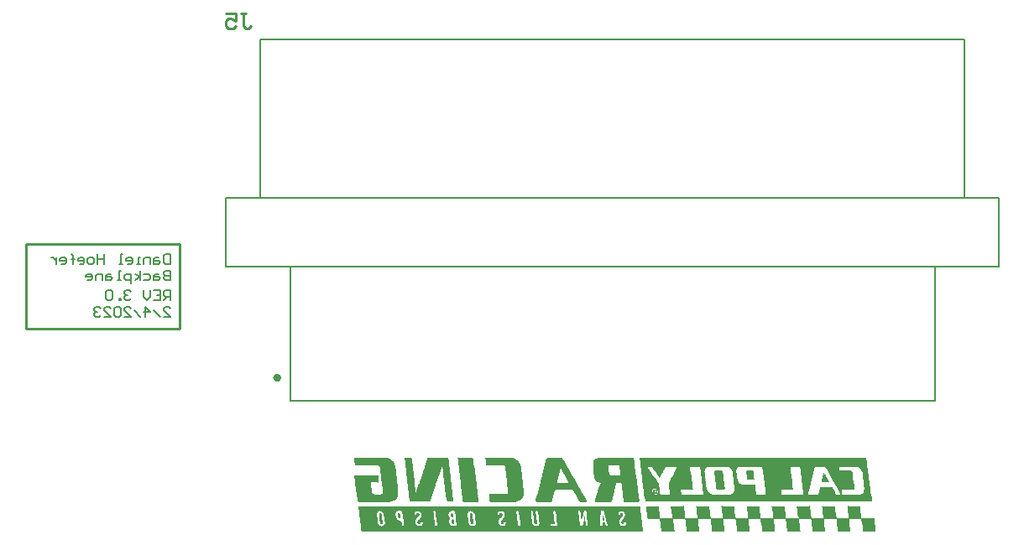
<source format=gbo>
G04*
G04 #@! TF.GenerationSoftware,Altium Limited,Altium Designer,22.10.1 (41)*
G04*
G04 Layer_Color=32896*
%FSLAX25Y25*%
%MOIN*%
G70*
G04*
G04 #@! TF.SameCoordinates,66C44DD6-0DF7-4D2E-9D42-8CDDC65AF405*
G04*
G04*
G04 #@! TF.FilePolarity,Positive*
G04*
G01*
G75*
%ADD10C,0.00787*%
%ADD11C,0.01000*%
%ADD12C,0.00500*%
%ADD32C,0.01575*%
G36*
X284051Y230315D02*
X284111D01*
Y229366D01*
X284170D01*
Y228713D01*
X284289D01*
Y228891D01*
X284348D01*
Y228594D01*
X284407D01*
Y227467D01*
X284467D01*
Y226102D01*
X284526D01*
Y225805D01*
X284585D01*
Y225746D01*
X284704D01*
Y225687D01*
X284764D01*
Y225271D01*
X284823D01*
Y223551D01*
X284882D01*
Y223017D01*
X284942D01*
Y222898D01*
X284882D01*
Y222838D01*
X284942D01*
Y222779D01*
X285001D01*
Y222838D01*
X285060D01*
Y222720D01*
X285120D01*
Y222542D01*
X285060D01*
Y222482D01*
X285120D01*
Y222008D01*
X285179D01*
Y220346D01*
X285238D01*
Y220109D01*
X285298D01*
Y219575D01*
X285357D01*
Y219634D01*
X285476D01*
Y219456D01*
X285535D01*
Y217972D01*
X285594D01*
Y217201D01*
X285654D01*
Y217023D01*
X285594D01*
Y216964D01*
X285654D01*
Y216726D01*
X285594D01*
Y216608D01*
X285832D01*
Y216489D01*
X285891D01*
Y215183D01*
X285950D01*
Y214293D01*
X286010D01*
Y213700D01*
X286128D01*
Y213937D01*
X286188D01*
Y213641D01*
X286247D01*
Y212929D01*
X285891D01*
Y212869D01*
X280135D01*
Y212929D01*
X280076D01*
Y213166D01*
X280016D01*
Y213937D01*
X279957D01*
Y214293D01*
X279779D01*
Y214649D01*
X279719D01*
Y215480D01*
X279660D01*
Y216845D01*
X279601D01*
Y216964D01*
X279541D01*
Y217498D01*
X279482D01*
Y217438D01*
X279423D01*
Y217498D01*
X279363D01*
Y217676D01*
X279304D01*
Y219812D01*
X279245D01*
Y220109D01*
X279185D01*
Y220168D01*
X279126D01*
Y220109D01*
X279067D01*
Y220168D01*
X279007D01*
Y220465D01*
X278948D01*
Y220524D01*
X277227D01*
Y220465D01*
X277168D01*
Y220228D01*
X277109D01*
Y219812D01*
X277049D01*
Y219456D01*
X276990D01*
Y219337D01*
X276930D01*
Y219397D01*
X276812D01*
Y219159D01*
X276752D01*
Y218388D01*
X276693D01*
Y217972D01*
X276634D01*
Y217913D01*
X276574D01*
Y217972D01*
X276456D01*
Y217676D01*
X276396D01*
Y217260D01*
X276337D01*
Y216608D01*
X276278D01*
Y216548D01*
X276100D01*
Y216489D01*
X276040D01*
Y215896D01*
X275981D01*
Y215302D01*
X275922D01*
Y215243D01*
X275981D01*
Y215183D01*
X275922D01*
Y215065D01*
X275744D01*
Y215005D01*
X275684D01*
Y214709D01*
X275625D01*
Y214056D01*
X275566D01*
Y213700D01*
X275506D01*
Y213641D01*
X275328D01*
Y213285D01*
X275269D01*
Y212929D01*
X275150D01*
Y212869D01*
X268682D01*
Y212929D01*
X268563D01*
Y212988D01*
X268504D01*
Y212929D01*
X268445D01*
Y212988D01*
X268385D01*
Y213047D01*
X268563D01*
Y213285D01*
X268623D01*
Y213403D01*
X268563D01*
Y213463D01*
X268623D01*
Y213937D01*
X268682D01*
Y214234D01*
X268741D01*
Y214293D01*
X268919D01*
Y214353D01*
X268979D01*
Y214649D01*
X269038D01*
Y215183D01*
X269097D01*
Y215421D01*
X269335D01*
Y215836D01*
X269394D01*
Y216192D01*
X269454D01*
Y216489D01*
X269513D01*
Y216548D01*
X269572D01*
Y216489D01*
X269691D01*
Y216608D01*
X269750D01*
Y217260D01*
X269810D01*
Y217616D01*
X270047D01*
Y217913D01*
X270106D01*
Y218269D01*
X270166D01*
Y218625D01*
X270225D01*
Y218685D01*
X270403D01*
Y218744D01*
X270462D01*
Y219337D01*
X270522D01*
Y219753D01*
X270581D01*
Y219812D01*
X270818D01*
Y219931D01*
X270878D01*
Y219990D01*
X270818D01*
Y220168D01*
X270878D01*
Y220465D01*
X270818D01*
Y220524D01*
X270403D01*
Y220584D01*
X269750D01*
Y220643D01*
X269691D01*
Y220821D01*
X269454D01*
Y220880D01*
X269394D01*
Y220940D01*
X269038D01*
Y221236D01*
X268919D01*
Y221296D01*
X268682D01*
Y221355D01*
X268623D01*
Y221711D01*
X268563D01*
Y221948D01*
X268385D01*
Y222008D01*
X268326D01*
Y222423D01*
X268267D01*
Y223491D01*
X268207D01*
Y223551D01*
X268148D01*
Y224144D01*
X268089D01*
Y223610D01*
X267970D01*
Y223729D01*
X268029D01*
Y224144D01*
X267970D01*
Y224263D01*
X267911D01*
Y226399D01*
X267851D01*
Y228298D01*
X267911D01*
Y229010D01*
X267970D01*
Y229307D01*
X268207D01*
Y229366D01*
X268267D01*
Y229425D01*
X268326D01*
Y229663D01*
X268385D01*
Y229722D01*
X268504D01*
Y229663D01*
X268563D01*
Y229722D01*
X268623D01*
Y229781D01*
X268682D01*
Y230019D01*
X268919D01*
Y230078D01*
X269394D01*
Y230137D01*
X269750D01*
Y230375D01*
X269869D01*
Y230434D01*
X269928D01*
Y230375D01*
X270106D01*
Y230434D01*
X284051D01*
Y230315D01*
D02*
G37*
G36*
X210231Y230078D02*
X210291D01*
Y229781D01*
X210469D01*
Y229603D01*
X210528D01*
Y228594D01*
X210587D01*
Y227526D01*
X210647D01*
Y227052D01*
X210706D01*
Y226874D01*
X210765D01*
Y227052D01*
X210884D01*
Y226933D01*
X210825D01*
Y226874D01*
X210884D01*
Y226399D01*
X210943D01*
Y224263D01*
X211003D01*
Y223847D01*
X211121D01*
Y223907D01*
X211181D01*
Y223788D01*
X211240D01*
Y223729D01*
X211181D01*
Y223610D01*
X211240D01*
Y223373D01*
X211299D01*
Y222008D01*
X211359D01*
Y221236D01*
X211418D01*
Y220643D01*
X211596D01*
Y220524D01*
X211655D01*
Y219041D01*
X211715D01*
Y218566D01*
X211655D01*
Y218507D01*
X211715D01*
Y218269D01*
X211774D01*
Y217735D01*
X211952D01*
Y217616D01*
X212012D01*
Y216845D01*
X212071D01*
Y215361D01*
X212130D01*
Y214768D01*
X212308D01*
Y214709D01*
X212368D01*
Y213463D01*
X212427D01*
Y213344D01*
X212368D01*
Y213166D01*
X212308D01*
Y213106D01*
X212249D01*
Y213047D01*
X212308D01*
Y212988D01*
X212249D01*
Y212929D01*
X212190D01*
Y212988D01*
X212130D01*
Y213047D01*
X212190D01*
Y213106D01*
X209934D01*
Y213166D01*
X209875D01*
Y213225D01*
X209816D01*
Y213285D01*
X209756D01*
Y213878D01*
X209578D01*
Y213997D01*
X209519D01*
Y214768D01*
X209460D01*
Y214887D01*
X209519D01*
Y215005D01*
X209460D01*
Y216133D01*
X209401D01*
Y216548D01*
X209341D01*
Y216845D01*
X209282D01*
Y216786D01*
X209163D01*
Y217260D01*
X209104D01*
Y219100D01*
X209044D01*
Y219812D01*
X208807D01*
Y220287D01*
X208748D01*
Y221652D01*
X208688D01*
Y222423D01*
X208629D01*
Y222482D01*
X208510D01*
Y222423D01*
X208451D01*
Y223076D01*
X208392D01*
Y224619D01*
X208332D01*
Y225449D01*
X208273D01*
Y225984D01*
X208095D01*
Y226043D01*
X208036D01*
Y226399D01*
X207976D01*
Y226696D01*
X207917D01*
Y226755D01*
X207858D01*
Y226814D01*
X207739D01*
Y226755D01*
X207680D01*
Y226399D01*
X207620D01*
Y225984D01*
X207561D01*
Y225687D01*
X207324D01*
Y225627D01*
X207264D01*
Y224975D01*
X207205D01*
Y224619D01*
X206967D01*
Y224263D01*
X206908D01*
Y223847D01*
X206849D01*
Y223551D01*
X206611D01*
Y223491D01*
X206552D01*
Y223076D01*
X206493D01*
Y222423D01*
X206255D01*
Y222364D01*
X206196D01*
Y222067D01*
X206137D01*
Y221652D01*
X206077D01*
Y221355D01*
X205840D01*
Y220999D01*
X205781D01*
Y220524D01*
X205721D01*
Y220287D01*
X205543D01*
Y220228D01*
X205484D01*
Y220168D01*
X205425D01*
Y219515D01*
X205365D01*
Y219159D01*
X205128D01*
Y219041D01*
X205069D01*
Y218388D01*
X205009D01*
Y218269D01*
X204950D01*
Y218032D01*
X204713D01*
Y217676D01*
X204653D01*
Y217260D01*
X204594D01*
Y217201D01*
X204416D01*
Y216964D01*
X204357D01*
Y216548D01*
X204297D01*
Y216192D01*
X204238D01*
Y216133D01*
X204060D01*
Y216074D01*
X204000D01*
Y215777D01*
X203941D01*
Y215065D01*
X203882D01*
Y215005D01*
X203704D01*
Y214946D01*
X203644D01*
Y214887D01*
X203704D01*
Y214768D01*
X203644D01*
Y214709D01*
X203585D01*
Y214234D01*
X203526D01*
Y214175D01*
X203585D01*
Y214056D01*
X203526D01*
Y213937D01*
X203288D01*
Y213581D01*
X203229D01*
Y213225D01*
X203170D01*
Y213166D01*
X202814D01*
Y213106D01*
X195337D01*
Y212929D01*
X195218D01*
Y213166D01*
X195159D01*
Y213285D01*
X195099D01*
Y213997D01*
X195040D01*
Y214056D01*
X195099D01*
Y214234D01*
X195040D01*
Y214293D01*
X194981D01*
Y214234D01*
X194862D01*
Y214412D01*
X194803D01*
Y215361D01*
X194743D01*
Y216548D01*
X194684D01*
Y217201D01*
X194565D01*
Y217142D01*
X194506D01*
Y217260D01*
X194447D01*
Y218388D01*
X194387D01*
Y219812D01*
X194328D01*
Y220109D01*
X194150D01*
Y220228D01*
X194090D01*
Y220584D01*
X194031D01*
Y222067D01*
X193972D01*
Y222898D01*
X193912D01*
Y223076D01*
X193794D01*
Y223135D01*
X193735D01*
Y223847D01*
X193675D01*
Y225034D01*
X193616D01*
Y225093D01*
X193675D01*
Y225271D01*
X193616D01*
Y225687D01*
X193556D01*
Y226340D01*
X193378D01*
Y226399D01*
X193319D01*
Y227823D01*
X193260D01*
Y228713D01*
X193200D01*
Y229307D01*
X193022D01*
Y229366D01*
X192963D01*
Y230197D01*
X192904D01*
Y230256D01*
X192963D01*
Y230434D01*
X195811D01*
Y230078D01*
X195871D01*
Y228535D01*
X195930D01*
Y228179D01*
X195989D01*
Y227942D01*
X196168D01*
Y227526D01*
X196227D01*
Y226162D01*
X196286D01*
Y225271D01*
X196345D01*
Y224975D01*
X196523D01*
Y224559D01*
X196583D01*
Y223076D01*
X196642D01*
Y222364D01*
X196702D01*
Y222304D01*
X196879D01*
Y221948D01*
X196939D01*
Y220880D01*
X196998D01*
Y219397D01*
X197058D01*
Y218803D01*
X197236D01*
Y218744D01*
X197295D01*
Y217972D01*
X197354D01*
Y216964D01*
X197414D01*
Y216904D01*
X197473D01*
Y216845D01*
X197651D01*
Y217023D01*
X197710D01*
Y217379D01*
X197770D01*
Y217438D01*
X197710D01*
Y217557D01*
X197770D01*
Y217616D01*
X197829D01*
Y217676D01*
X197888D01*
Y217616D01*
X197948D01*
Y217676D01*
X198007D01*
Y217913D01*
X198066D01*
Y218328D01*
X198126D01*
Y218685D01*
X198185D01*
Y218744D01*
X198244D01*
Y218685D01*
X198363D01*
Y218803D01*
X198422D01*
Y219397D01*
X198482D01*
Y219753D01*
X198541D01*
Y219812D01*
X198778D01*
Y220168D01*
X198838D01*
Y220643D01*
X198897D01*
Y220940D01*
X199135D01*
Y221296D01*
X199194D01*
Y221711D01*
X199253D01*
Y221948D01*
X199490D01*
Y222067D01*
X199550D01*
Y222779D01*
X199609D01*
Y223076D01*
X199847D01*
Y223135D01*
X199906D01*
Y223551D01*
X199965D01*
Y223966D01*
X200025D01*
Y224144D01*
X200203D01*
Y224203D01*
X200262D01*
Y224915D01*
X200321D01*
Y225034D01*
X200381D01*
Y225153D01*
X200321D01*
Y225212D01*
X200381D01*
Y225271D01*
X200440D01*
Y225212D01*
X200499D01*
Y225271D01*
X200559D01*
Y225331D01*
X200618D01*
Y225627D01*
X200677D01*
Y226043D01*
X200737D01*
Y226102D01*
X200915D01*
Y226162D01*
X200974D01*
Y226221D01*
X200915D01*
Y226340D01*
X200974D01*
Y226755D01*
X201033D01*
Y227111D01*
X201093D01*
Y227170D01*
X201152D01*
Y227230D01*
X201330D01*
Y227467D01*
X201390D01*
Y228179D01*
X201449D01*
Y228298D01*
X201686D01*
Y228654D01*
X201746D01*
Y229010D01*
X201805D01*
Y229366D01*
X202042D01*
Y229425D01*
X202101D01*
Y230078D01*
X202161D01*
Y230375D01*
X202220D01*
Y230434D01*
X202280D01*
Y230375D01*
X202398D01*
Y230434D01*
X210231D01*
Y230078D01*
D02*
G37*
G36*
X255390Y230375D02*
X255746D01*
Y230078D01*
X255805D01*
Y229781D01*
X255864D01*
Y229722D01*
X256102D01*
Y229425D01*
X256161D01*
Y229307D01*
X256221D01*
Y229247D01*
X256458D01*
Y228951D01*
X256517D01*
Y228594D01*
X256576D01*
Y228535D01*
X256695D01*
Y228594D01*
X256755D01*
Y228535D01*
X256814D01*
Y228298D01*
X256873D01*
Y228179D01*
X256933D01*
Y227882D01*
X257170D01*
Y227823D01*
X257229D01*
Y227467D01*
X257289D01*
Y227230D01*
X257348D01*
Y227170D01*
X257585D01*
Y227052D01*
X257645D01*
Y226933D01*
X257585D01*
Y226874D01*
X257645D01*
Y226696D01*
X257704D01*
Y226458D01*
X257823D01*
Y226518D01*
X257882D01*
Y226458D01*
X257941D01*
Y226340D01*
X258001D01*
Y226043D01*
X258060D01*
Y225984D01*
X258297D01*
Y225687D01*
X258357D01*
Y225331D01*
X258416D01*
Y225271D01*
X258653D01*
Y225034D01*
X258713D01*
Y224915D01*
X258772D01*
Y224619D01*
X259010D01*
Y224559D01*
X259069D01*
Y224203D01*
X259128D01*
Y223907D01*
X259366D01*
Y223847D01*
X259425D01*
Y223788D01*
X259484D01*
Y223491D01*
X259544D01*
Y223195D01*
X259662D01*
Y223254D01*
X259722D01*
Y223195D01*
X259781D01*
Y223076D01*
X259840D01*
Y222779D01*
X259900D01*
Y222720D01*
X260137D01*
Y222423D01*
X260196D01*
Y222126D01*
X260256D01*
Y222008D01*
X260493D01*
Y221889D01*
X260552D01*
Y221652D01*
X260612D01*
Y221355D01*
X260671D01*
Y221296D01*
X260730D01*
Y221355D01*
X260849D01*
Y221296D01*
X260908D01*
Y220940D01*
X260968D01*
Y220643D01*
X261205D01*
Y220584D01*
X261264D01*
Y220524D01*
X261324D01*
Y220168D01*
X261383D01*
Y220109D01*
X261502D01*
Y220168D01*
X261561D01*
Y220109D01*
X261620D01*
Y219812D01*
X261680D01*
Y219515D01*
X261739D01*
Y219456D01*
X261977D01*
Y219337D01*
X262036D01*
Y219041D01*
X262095D01*
Y218744D01*
X262333D01*
Y218685D01*
X262392D01*
Y218328D01*
X262451D01*
Y218269D01*
X262511D01*
Y218091D01*
X262689D01*
Y218032D01*
X262748D01*
Y217676D01*
X262807D01*
Y217557D01*
X263045D01*
Y217320D01*
X263104D01*
Y217260D01*
X263163D01*
Y216904D01*
X263401D01*
Y216845D01*
X263460D01*
Y216548D01*
X263519D01*
Y216192D01*
X263757D01*
Y216133D01*
X263816D01*
Y216074D01*
X263876D01*
Y215777D01*
X263935D01*
Y215658D01*
X263994D01*
Y215540D01*
X264113D01*
Y215480D01*
X264172D01*
Y215421D01*
X264231D01*
Y215065D01*
X264291D01*
Y215005D01*
X264350D01*
Y214946D01*
X264409D01*
Y215005D01*
X264469D01*
Y214946D01*
X264528D01*
Y214768D01*
X264588D01*
Y214649D01*
X264647D01*
Y214293D01*
X264884D01*
Y214234D01*
X264944D01*
Y213937D01*
X265003D01*
Y213641D01*
X265062D01*
Y213581D01*
X265181D01*
Y213641D01*
X265240D01*
Y213581D01*
X265300D01*
Y213463D01*
X265359D01*
Y213403D01*
X265300D01*
Y213285D01*
X265359D01*
Y212929D01*
X265300D01*
Y212869D01*
X262511D01*
Y212929D01*
X262392D01*
Y213225D01*
X262333D01*
Y213285D01*
X262273D01*
Y213344D01*
X262214D01*
Y213285D01*
X262155D01*
Y213344D01*
X262095D01*
Y213581D01*
X262036D01*
Y213937D01*
X261977D01*
Y213997D01*
X261680D01*
Y214353D01*
X261620D01*
Y214709D01*
X261324D01*
Y215065D01*
X261264D01*
Y215124D01*
X261205D01*
Y215361D01*
X261087D01*
Y215183D01*
X261027D01*
Y215361D01*
X260968D01*
Y215480D01*
X260908D01*
Y215836D01*
X260849D01*
Y215896D01*
X260790D01*
Y215836D01*
X260671D01*
Y215896D01*
X260612D01*
Y216133D01*
X260552D01*
Y216430D01*
X260493D01*
Y216548D01*
X260256D01*
Y216667D01*
X260196D01*
Y216726D01*
X260256D01*
Y216786D01*
X260196D01*
Y217023D01*
X260137D01*
Y217260D01*
X259840D01*
Y217320D01*
X259781D01*
Y217557D01*
X259722D01*
Y217616D01*
X252897D01*
Y217557D01*
X252838D01*
Y217260D01*
X252779D01*
Y217201D01*
X252541D01*
Y217082D01*
X252601D01*
Y217023D01*
X252541D01*
Y216786D01*
X252482D01*
Y216726D01*
X252541D01*
Y216667D01*
X252482D01*
Y216133D01*
X252423D01*
Y215836D01*
X252363D01*
Y215777D01*
X252185D01*
Y215658D01*
X252126D01*
Y215005D01*
X252067D01*
Y214353D01*
X252007D01*
Y214293D01*
X251948D01*
Y214353D01*
X251829D01*
Y214234D01*
X251770D01*
Y214175D01*
X251829D01*
Y214056D01*
X251770D01*
Y213641D01*
X251711D01*
Y213285D01*
X251651D01*
Y213166D01*
X251414D01*
Y212929D01*
X251355D01*
Y212869D01*
X245183D01*
Y212929D01*
X245124D01*
Y214056D01*
X245183D01*
Y214115D01*
X245124D01*
Y214234D01*
X245183D01*
Y214412D01*
X245302D01*
Y214353D01*
X245361D01*
Y214412D01*
X245420D01*
Y214709D01*
X245480D01*
Y215361D01*
X245539D01*
Y215777D01*
X245599D01*
Y215836D01*
X245777D01*
Y216074D01*
X245836D01*
Y216786D01*
X245895D01*
Y217201D01*
X245954D01*
Y217260D01*
X246132D01*
Y217320D01*
X246192D01*
Y217676D01*
X246251D01*
Y218447D01*
X246311D01*
Y218744D01*
X246429D01*
Y218685D01*
X246489D01*
Y218744D01*
X246548D01*
Y219159D01*
X246607D01*
Y219812D01*
X246667D01*
Y219931D01*
X246726D01*
Y219990D01*
X246667D01*
Y220109D01*
X246904D01*
Y220287D01*
X246963D01*
Y221236D01*
X247023D01*
Y221652D01*
X247141D01*
Y221592D01*
X247201D01*
Y221652D01*
X247260D01*
Y221948D01*
X247319D01*
Y222364D01*
X247379D01*
Y222779D01*
X247438D01*
Y222838D01*
X247616D01*
Y223076D01*
X247675D01*
Y223847D01*
X247735D01*
Y224263D01*
X247972D01*
Y224500D01*
X248031D01*
Y224915D01*
X248091D01*
Y225627D01*
X248150D01*
Y225687D01*
X248328D01*
Y225746D01*
X248388D01*
Y226399D01*
X248447D01*
Y227052D01*
X248506D01*
Y227170D01*
X248744D01*
Y227467D01*
X248803D01*
Y228239D01*
X248862D01*
Y228594D01*
X248921D01*
Y228654D01*
X248981D01*
Y228594D01*
X249040D01*
Y228654D01*
X249100D01*
Y228951D01*
X249159D01*
Y229663D01*
X249218D01*
Y230019D01*
X249278D01*
Y230078D01*
X249396D01*
Y230019D01*
X249456D01*
Y230078D01*
X249515D01*
Y230315D01*
X249574D01*
Y230434D01*
X255390D01*
Y230375D01*
D02*
G37*
G36*
X186258D02*
X186554D01*
Y230315D01*
X186614D01*
Y230256D01*
X186554D01*
Y230197D01*
X186614D01*
Y230137D01*
X186673D01*
Y230078D01*
X187088D01*
Y230019D01*
X187385D01*
Y229900D01*
X187326D01*
Y229841D01*
X187385D01*
Y229781D01*
X187444D01*
Y229722D01*
X187504D01*
Y229663D01*
X187563D01*
Y229722D01*
X187682D01*
Y229663D01*
X187741D01*
Y229425D01*
X187800D01*
Y229366D01*
X188097D01*
Y229307D01*
X188156D01*
Y228951D01*
X188453D01*
Y228891D01*
X188513D01*
Y228773D01*
X188453D01*
Y228713D01*
X188513D01*
Y228594D01*
X188572D01*
Y228298D01*
X188809D01*
Y228239D01*
X188868D01*
Y227823D01*
X188928D01*
Y227526D01*
X189165D01*
Y227467D01*
X189225D01*
Y227111D01*
X189284D01*
Y226399D01*
X189343D01*
Y226102D01*
X189403D01*
Y226162D01*
X189521D01*
Y226043D01*
X189581D01*
Y224619D01*
X189640D01*
Y223729D01*
X189699D01*
Y223669D01*
X189640D01*
Y223610D01*
X189699D01*
Y223373D01*
X189759D01*
Y223195D01*
X189877D01*
Y223135D01*
X189937D01*
Y222720D01*
X189996D01*
Y220643D01*
X190055D01*
Y220228D01*
X190115D01*
Y220168D01*
X190174D01*
Y220228D01*
X190233D01*
Y219871D01*
X190293D01*
Y219397D01*
X190352D01*
Y219278D01*
X190293D01*
Y219219D01*
X190352D01*
Y218328D01*
X190411D01*
Y217557D01*
X190471D01*
Y215718D01*
X190411D01*
Y215599D01*
X190471D01*
Y215540D01*
X190411D01*
Y215361D01*
X190352D01*
Y214768D01*
X190293D01*
Y214649D01*
X190055D01*
Y214412D01*
X189996D01*
Y214056D01*
X189937D01*
Y213997D01*
X189640D01*
Y213937D01*
X189581D01*
Y213641D01*
X189521D01*
Y213581D01*
X189403D01*
Y213641D01*
X189343D01*
Y213581D01*
X189225D01*
Y213522D01*
X189165D01*
Y213344D01*
X188987D01*
Y213285D01*
X188809D01*
Y213225D01*
X188453D01*
Y213166D01*
X188097D01*
Y213106D01*
X187860D01*
Y213047D01*
X187919D01*
Y212988D01*
X187860D01*
Y212929D01*
X187444D01*
Y212869D01*
X174627D01*
Y212929D01*
X174508D01*
Y213166D01*
X174271D01*
Y213225D01*
X174211D01*
Y214709D01*
X174152D01*
Y215480D01*
X174093D01*
Y215777D01*
X173915D01*
Y216133D01*
X173855D01*
Y216845D01*
X173796D01*
Y218328D01*
X173737D01*
Y218507D01*
X173618D01*
Y218447D01*
X173558D01*
Y218625D01*
X173618D01*
Y218566D01*
X173737D01*
Y219041D01*
X173618D01*
Y218981D01*
X173558D01*
Y219041D01*
X173499D01*
Y219871D01*
X173440D01*
Y221296D01*
X173380D01*
Y221711D01*
X173321D01*
Y221948D01*
X173262D01*
Y221889D01*
X173203D01*
Y221948D01*
X173143D01*
Y222126D01*
X173084D01*
Y223432D01*
X173143D01*
Y223491D01*
X182163D01*
Y223432D01*
X182341D01*
Y223373D01*
X182400D01*
Y223432D01*
X182519D01*
Y223373D01*
X182578D01*
Y222838D01*
X182638D01*
Y222542D01*
Y222482D01*
Y221414D01*
X182697D01*
Y221236D01*
X182756D01*
Y220643D01*
X182697D01*
Y220584D01*
X182519D01*
Y220524D01*
X182400D01*
Y220584D01*
X180027D01*
Y220524D01*
X179967D01*
Y220584D01*
X179789D01*
Y220524D01*
X179730D01*
Y220465D01*
X179671D01*
Y220168D01*
X179730D01*
Y219100D01*
X179789D01*
Y218447D01*
X179908D01*
Y218507D01*
X179967D01*
Y218328D01*
X180027D01*
Y216904D01*
X180086D01*
Y216548D01*
X180323D01*
Y216489D01*
X180383D01*
Y216311D01*
X180442D01*
Y216133D01*
X180798D01*
Y216074D01*
X180858D01*
Y215955D01*
X180798D01*
Y215896D01*
X180917D01*
Y215836D01*
X183765D01*
Y216074D01*
X184002D01*
Y216133D01*
X184121D01*
Y216192D01*
X184181D01*
Y216252D01*
X184240D01*
Y216311D01*
X184299D01*
Y216252D01*
X184359D01*
Y216311D01*
X184418D01*
Y216548D01*
X184477D01*
Y217082D01*
X184418D01*
Y217201D01*
X184477D01*
Y217260D01*
X184418D01*
Y217320D01*
X184477D01*
Y217498D01*
X184418D01*
Y218210D01*
X184359D01*
Y218269D01*
X184240D01*
Y218328D01*
X184181D01*
Y219041D01*
X184121D01*
Y219931D01*
X184062D01*
Y219990D01*
X184121D01*
Y220168D01*
X184062D01*
Y220643D01*
X184002D01*
Y221236D01*
X183943D01*
Y221177D01*
X183884D01*
Y221118D01*
X183943D01*
Y220999D01*
X183884D01*
Y220940D01*
X183825D01*
Y221296D01*
X183765D01*
Y223076D01*
X183706D01*
Y224144D01*
X183647D01*
Y224203D01*
X183468D01*
Y224500D01*
X183409D01*
Y225331D01*
X183350D01*
Y226696D01*
X183291D01*
Y226755D01*
X183231D01*
Y226814D01*
X183172D01*
Y226755D01*
X183112D01*
Y226814D01*
X183053D01*
Y227111D01*
X182994D01*
Y227170D01*
X182697D01*
Y227230D01*
X182638D01*
Y227467D01*
X182578D01*
Y227526D01*
X173440D01*
Y227882D01*
X173380D01*
Y228001D01*
X173321D01*
Y228535D01*
X173262D01*
Y228476D01*
X173203D01*
Y228535D01*
X173143D01*
Y228654D01*
X173084D01*
Y230434D01*
X186258D01*
Y230375D01*
D02*
G37*
G36*
X236045D02*
X236282D01*
Y230137D01*
X236579D01*
Y230078D01*
X236994D01*
Y230019D01*
X237053D01*
Y229781D01*
X237113D01*
Y229722D01*
X237409D01*
Y229603D01*
X237469D01*
Y229366D01*
X237766D01*
Y229307D01*
X237825D01*
Y229247D01*
X237884D01*
Y229188D01*
X237825D01*
Y229129D01*
X237884D01*
Y229069D01*
X238062D01*
Y229010D01*
X238122D01*
Y228891D01*
X238181D01*
Y228654D01*
X238418D01*
Y228594D01*
X238477D01*
Y228298D01*
X238537D01*
Y228179D01*
X238596D01*
Y227942D01*
X238715D01*
Y228001D01*
X238774D01*
Y227942D01*
X238834D01*
Y227526D01*
X238893D01*
Y227170D01*
X238952D01*
Y227111D01*
X239130D01*
Y227052D01*
X239190D01*
Y226696D01*
X239249D01*
Y225390D01*
X239308D01*
Y224856D01*
X239368D01*
Y224678D01*
X239486D01*
Y224619D01*
X239546D01*
Y223610D01*
X239605D01*
Y222364D01*
X239664D01*
Y221948D01*
X239724D01*
Y221711D01*
X239902D01*
Y221355D01*
X239961D01*
Y219812D01*
X240020D01*
Y218981D01*
X240080D01*
Y218566D01*
X240020D01*
Y218507D01*
X240080D01*
Y218447D01*
X240258D01*
Y218328D01*
X240317D01*
Y215361D01*
X240258D01*
Y215243D01*
X240317D01*
Y215183D01*
X240258D01*
Y215065D01*
X240198D01*
Y215005D01*
X240139D01*
Y215065D01*
X240080D01*
Y215005D01*
X240020D01*
Y214649D01*
X239961D01*
Y214293D01*
X239724D01*
Y214234D01*
X239664D01*
Y214056D01*
X239605D01*
Y213997D01*
X239546D01*
Y213937D01*
X239486D01*
Y213878D01*
X239427D01*
Y213937D01*
X239368D01*
Y213878D01*
X239308D01*
Y213641D01*
X239249D01*
Y213581D01*
X238893D01*
Y213344D01*
X238834D01*
Y213285D01*
X238596D01*
Y213225D01*
X238122D01*
Y213166D01*
X238062D01*
Y212929D01*
X237944D01*
Y213106D01*
X237825D01*
Y213047D01*
X237884D01*
Y212988D01*
X237825D01*
Y212929D01*
X237409D01*
Y212869D01*
X227143D01*
Y212929D01*
X226787D01*
Y213641D01*
X226728D01*
Y215421D01*
X226669D01*
Y215718D01*
X226728D01*
Y215836D01*
X226787D01*
Y215896D01*
X226847D01*
Y216074D01*
X226965D01*
Y216014D01*
X226906D01*
Y215896D01*
X233671D01*
Y216074D01*
X233730D01*
Y216133D01*
X233968D01*
Y216192D01*
X234086D01*
Y216548D01*
X234146D01*
Y217320D01*
X234086D01*
Y218685D01*
X234027D01*
Y218803D01*
X233968D01*
Y219337D01*
X233908D01*
Y218803D01*
X233849D01*
Y218863D01*
X233790D01*
Y219219D01*
X233849D01*
Y219337D01*
X233790D01*
Y219515D01*
X233730D01*
Y221652D01*
X233671D01*
Y222364D01*
X233434D01*
Y222779D01*
X233374D01*
Y223907D01*
X233315D01*
Y224678D01*
X233256D01*
Y225212D01*
X233196D01*
Y225034D01*
X233078D01*
Y225449D01*
X233018D01*
Y225509D01*
X233078D01*
Y225568D01*
X233018D01*
Y226814D01*
X232959D01*
Y227052D01*
X232721D01*
Y227111D01*
X232662D01*
Y227170D01*
X232603D01*
Y227230D01*
X232543D01*
Y227408D01*
Y227467D01*
X232306D01*
Y227526D01*
X225304D01*
Y228535D01*
X225244D01*
Y229307D01*
X225185D01*
Y229425D01*
X225126D01*
Y229544D01*
X225185D01*
Y229603D01*
X225066D01*
Y229425D01*
X225007D01*
Y229663D01*
X224948D01*
Y230434D01*
X236045D01*
Y230375D01*
D02*
G37*
G36*
X220023D02*
X220141D01*
Y230137D01*
X220200D01*
Y230019D01*
X220260D01*
Y229841D01*
X220319D01*
Y230019D01*
X220378D01*
Y229841D01*
X220438D01*
Y229069D01*
X220497D01*
Y227526D01*
X220557D01*
Y227408D01*
X220735D01*
Y227348D01*
X220557D01*
Y227052D01*
Y226992D01*
Y226874D01*
X220735D01*
Y226814D01*
X220794D01*
Y226518D01*
X220853D01*
Y225331D01*
X220913D01*
Y224263D01*
X220972D01*
Y223966D01*
X221150D01*
Y223729D01*
X221209D01*
Y222008D01*
X221269D01*
Y221296D01*
X221328D01*
Y220999D01*
X221506D01*
Y220940D01*
X221565D01*
Y219871D01*
X221625D01*
Y218388D01*
X221684D01*
Y217972D01*
X221743D01*
Y218032D01*
X221862D01*
Y217676D01*
X221921D01*
Y216845D01*
X221981D01*
Y215480D01*
X222040D01*
Y215361D01*
X222099D01*
Y215302D01*
X222159D01*
Y215361D01*
X222277D01*
Y214887D01*
X222159D01*
Y215243D01*
X222099D01*
Y214887D01*
X222040D01*
Y214768D01*
X222159D01*
Y214827D01*
X222218D01*
Y214768D01*
X222277D01*
Y214649D01*
X222337D01*
Y212929D01*
X222277D01*
Y212869D01*
X216462D01*
Y212929D01*
X216165D01*
Y213166D01*
X216106D01*
Y213997D01*
X216047D01*
Y215124D01*
X215987D01*
Y215421D01*
X215928D01*
Y215361D01*
X215809D01*
Y215777D01*
X215750D01*
Y216964D01*
X215691D01*
Y217972D01*
X215631D01*
Y218091D01*
X215572D01*
Y218150D01*
X215631D01*
Y218269D01*
X215513D01*
Y218032D01*
X215453D01*
Y218328D01*
X215394D01*
Y219456D01*
X215335D01*
Y220999D01*
X215275D01*
Y221592D01*
X215097D01*
Y221652D01*
X215038D01*
Y222364D01*
X214979D01*
Y223195D01*
X214919D01*
Y223610D01*
X214979D01*
Y223729D01*
X214919D01*
Y223966D01*
X214860D01*
Y224500D01*
X214801D01*
Y224441D01*
X214741D01*
Y224500D01*
X214682D01*
Y225212D01*
X214622D01*
Y226755D01*
X214563D01*
Y227170D01*
X214504D01*
Y227348D01*
X214563D01*
Y227408D01*
X214504D01*
Y227467D01*
X214326D01*
Y227526D01*
X214266D01*
Y228951D01*
X214207D01*
Y230078D01*
X214148D01*
Y230315D01*
X214207D01*
Y230434D01*
X220023D01*
Y230375D01*
D02*
G37*
G36*
X376327Y230315D02*
X376386D01*
Y230078D01*
X376445D01*
Y230019D01*
X376623D01*
Y229366D01*
X376683D01*
Y227882D01*
X376742D01*
Y226992D01*
X376801D01*
Y226874D01*
X376742D01*
Y226577D01*
X376801D01*
Y226458D01*
X376861D01*
Y226518D01*
X376979D01*
Y226399D01*
X377039D01*
Y225627D01*
X377098D01*
Y224263D01*
X377157D01*
Y223966D01*
X377217D01*
Y223907D01*
X377276D01*
Y224144D01*
X377335D01*
Y223788D01*
X377395D01*
Y222720D01*
X377454D01*
Y221296D01*
X377513D01*
Y221177D01*
X377573D01*
Y221058D01*
X377513D01*
Y220999D01*
X377573D01*
Y220940D01*
X377632D01*
Y220999D01*
X377691D01*
Y220821D01*
X377751D01*
Y220702D01*
X377691D01*
Y220643D01*
X377751D01*
Y220524D01*
X377810D01*
Y219041D01*
X377869D01*
Y218269D01*
X377929D01*
Y218032D01*
X377988D01*
Y218091D01*
X378047D01*
Y218032D01*
X378107D01*
Y217320D01*
X378166D01*
Y215896D01*
X378225D01*
Y215421D01*
X378285D01*
Y215124D01*
X378344D01*
Y215183D01*
X378463D01*
Y215005D01*
X378522D01*
Y213581D01*
X378582D01*
Y213285D01*
X378522D01*
Y213166D01*
X378463D01*
Y213106D01*
X288739D01*
Y212929D01*
X288680D01*
Y212988D01*
X288621D01*
Y213047D01*
X288680D01*
Y213106D01*
X288621D01*
Y213166D01*
X288561D01*
Y213285D01*
X288502D01*
Y213997D01*
X288443D01*
Y214709D01*
X288383D01*
Y214946D01*
X288324D01*
Y214768D01*
X288205D01*
Y215065D01*
X288146D01*
Y216845D01*
X288087D01*
Y217913D01*
X288027D01*
Y217972D01*
X287968D01*
Y217913D01*
X287849D01*
Y218032D01*
X287790D01*
Y219100D01*
X287731D01*
Y220168D01*
X287671D01*
Y220346D01*
X287552D01*
Y220287D01*
X287493D01*
Y220880D01*
X287434D01*
Y221770D01*
X287374D01*
Y221830D01*
X287434D01*
Y222304D01*
X287374D01*
Y223135D01*
X287315D01*
Y223729D01*
X287256D01*
Y223788D01*
X287078D01*
Y223966D01*
X287018D01*
Y225687D01*
X286959D01*
Y226162D01*
X286900D01*
Y226280D01*
X286959D01*
Y226340D01*
X286900D01*
Y226399D01*
X286840D01*
Y226340D01*
X286781D01*
Y226458D01*
X286722D01*
Y227230D01*
X286662D01*
Y227289D01*
X286722D01*
Y227467D01*
X286662D01*
Y228594D01*
X286603D01*
Y229010D01*
X286544D01*
Y229307D01*
X286484D01*
Y229247D01*
X286425D01*
Y229307D01*
X286366D01*
Y229425D01*
X286306D01*
Y230434D01*
X376327D01*
Y230315D01*
D02*
G37*
G36*
X353836Y211089D02*
X353896D01*
Y210674D01*
X353955D01*
Y209605D01*
X354014D01*
Y209546D01*
X354074D01*
Y209605D01*
X354192D01*
Y209190D01*
X354252D01*
Y208419D01*
X354311D01*
Y206994D01*
X354370D01*
Y206935D01*
X354549D01*
Y206342D01*
X354608D01*
Y206282D01*
X359414D01*
Y207054D01*
X359355D01*
Y207410D01*
X359296D01*
Y207706D01*
X359236D01*
Y207647D01*
X359177D01*
Y207706D01*
X359118D01*
Y208122D01*
X359058D01*
Y209962D01*
X358999D01*
Y210614D01*
X358821D01*
Y210674D01*
X358762D01*
Y210970D01*
X358821D01*
Y211030D01*
X359058D01*
Y211089D01*
X359118D01*
Y211148D01*
X363746D01*
Y211089D01*
X363806D01*
Y211030D01*
X363865D01*
Y210614D01*
X363924D01*
Y210021D01*
X364043D01*
Y210199D01*
X364102D01*
Y209902D01*
X364162D01*
Y208834D01*
X364221D01*
Y207647D01*
X364280D01*
Y207291D01*
X364340D01*
Y207054D01*
X364518D01*
Y206638D01*
X364577D01*
Y206282D01*
X364696D01*
Y206223D01*
X364755D01*
Y206282D01*
X369146D01*
Y206223D01*
X369206D01*
Y206282D01*
X369324D01*
Y207766D01*
X369265D01*
Y208359D01*
X369087D01*
Y208478D01*
X369028D01*
Y209902D01*
X368968D01*
Y210733D01*
X368909D01*
Y210970D01*
X368968D01*
Y211030D01*
X369028D01*
Y211089D01*
X369087D01*
Y211267D01*
X369206D01*
Y211148D01*
X373538D01*
Y211267D01*
X373597D01*
Y211148D01*
X373656D01*
Y211089D01*
X373716D01*
Y211030D01*
X373775D01*
Y210970D01*
X373894D01*
Y210911D01*
X374072D01*
Y210852D01*
X374012D01*
Y210733D01*
X374072D01*
Y210258D01*
X374131D01*
Y208419D01*
X374190D01*
Y207766D01*
X374250D01*
Y207706D01*
X374309D01*
Y207766D01*
X374368D01*
Y207706D01*
X374428D01*
Y207232D01*
X374487D01*
Y206282D01*
X374665D01*
Y206223D01*
X374724D01*
Y206282D01*
X379234D01*
Y206223D01*
X379531D01*
Y205986D01*
X379590D01*
Y205630D01*
X379650D01*
Y204680D01*
X379709D01*
Y203968D01*
X379768D01*
Y203434D01*
X379828D01*
Y203731D01*
X379887D01*
Y203434D01*
X379946D01*
Y202662D01*
X380006D01*
Y201179D01*
X379946D01*
Y201120D01*
X375318D01*
Y201179D01*
X375140D01*
Y201238D01*
X374902D01*
Y202247D01*
X374843D01*
Y203731D01*
X374784D01*
Y204087D01*
X374665D01*
Y204027D01*
X374606D01*
Y204443D01*
X374546D01*
Y205155D01*
X374487D01*
Y205926D01*
X374368D01*
Y205986D01*
X374131D01*
Y206045D01*
X374072D01*
Y206164D01*
X369799D01*
Y206045D01*
X369740D01*
Y205926D01*
X369680D01*
Y204918D01*
X369740D01*
Y203315D01*
X369799D01*
Y202662D01*
X369977D01*
Y202603D01*
X370036D01*
Y201891D01*
X370096D01*
Y201179D01*
X369977D01*
Y201120D01*
X365289D01*
Y201179D01*
X364992D01*
Y201476D01*
X364933D01*
Y202900D01*
X364874D01*
Y203078D01*
X364814D01*
Y203137D01*
X364755D01*
Y203078D01*
X364696D01*
Y203612D01*
X364636D01*
Y204383D01*
X364577D01*
Y205867D01*
X364518D01*
Y205926D01*
X364458D01*
Y205986D01*
X364162D01*
Y206164D01*
X359889D01*
Y206045D01*
X359830D01*
Y205986D01*
X359770D01*
Y205926D01*
X359533D01*
Y205867D01*
X359474D01*
Y205570D01*
X359533D01*
Y205214D01*
X359711D01*
Y204858D01*
X359770D01*
Y203375D01*
X359830D01*
Y202603D01*
X359889D01*
Y202484D01*
X359948D01*
Y202425D01*
X359889D01*
Y202366D01*
X359948D01*
Y202307D01*
X360008D01*
Y202366D01*
X360067D01*
Y202247D01*
X360126D01*
Y201476D01*
X360186D01*
Y201238D01*
X360126D01*
Y201179D01*
X360067D01*
Y201120D01*
X355083D01*
Y201179D01*
X355023D01*
Y202247D01*
X354964D01*
Y202662D01*
X354905D01*
Y202900D01*
X354786D01*
Y202959D01*
X354727D01*
Y203315D01*
X354667D01*
Y204799D01*
X354608D01*
Y205630D01*
X354549D01*
Y205867D01*
X354370D01*
Y205926D01*
X354311D01*
Y205986D01*
X354252D01*
Y206045D01*
X354192D01*
Y206164D01*
X349861D01*
Y206104D01*
X349920D01*
Y206045D01*
X349801D01*
Y205986D01*
X349682D01*
Y206164D01*
X349623D01*
Y206045D01*
X349564D01*
Y205867D01*
X349504D01*
Y205214D01*
X349564D01*
Y204799D01*
X349682D01*
Y204858D01*
X349742D01*
Y204739D01*
X349801D01*
Y204621D01*
X349742D01*
Y204561D01*
X349801D01*
Y204383D01*
X349861D01*
Y203078D01*
X349920D01*
Y202247D01*
X349979D01*
Y201594D01*
X350039D01*
Y201654D01*
X350098D01*
Y201713D01*
X350157D01*
Y201476D01*
X350217D01*
Y201179D01*
X349861D01*
Y201120D01*
X345173D01*
Y201179D01*
X345113D01*
Y201238D01*
X345054D01*
Y201950D01*
X344994D01*
Y202069D01*
X345054D01*
Y202544D01*
X344816D01*
Y202603D01*
X344757D01*
Y203968D01*
X344698D01*
Y204858D01*
X344638D01*
Y205452D01*
X344579D01*
Y205392D01*
X344520D01*
Y205214D01*
X344461D01*
Y205511D01*
X344401D01*
Y205926D01*
X344342D01*
Y206045D01*
X344283D01*
Y206164D01*
X339713D01*
Y206045D01*
X339654D01*
Y205986D01*
X339595D01*
Y204739D01*
X339654D01*
Y204383D01*
X339713D01*
Y204146D01*
X339773D01*
Y204205D01*
X339832D01*
Y204146D01*
X339891D01*
Y203731D01*
X339951D01*
Y201832D01*
X340010D01*
Y201357D01*
X340069D01*
Y201298D01*
X340010D01*
Y201179D01*
X339891D01*
Y201120D01*
X335263D01*
Y201179D01*
X335144D01*
Y201238D01*
X335085D01*
Y201832D01*
X334966D01*
Y201772D01*
X334907D01*
Y201891D01*
X334847D01*
Y203256D01*
X334788D01*
Y204383D01*
X334729D01*
Y204502D01*
X334669D01*
Y204739D01*
X334551D01*
Y204799D01*
X334491D01*
Y205214D01*
X334432D01*
Y205926D01*
X334372D01*
Y206164D01*
X329744D01*
Y205986D01*
X329685D01*
Y205867D01*
X329625D01*
Y205511D01*
X329685D01*
Y204027D01*
X329744D01*
Y203434D01*
X329863D01*
Y203612D01*
X329922D01*
Y203375D01*
X329981D01*
Y202188D01*
X330041D01*
Y201179D01*
X329981D01*
Y201120D01*
X325293D01*
Y201179D01*
X324937D01*
Y201535D01*
X324878D01*
Y203375D01*
X324819D01*
Y204027D01*
X324759D01*
Y204087D01*
X324700D01*
Y204027D01*
X324641D01*
Y204205D01*
X324581D01*
Y204265D01*
X324641D01*
Y204383D01*
X324581D01*
Y204799D01*
X324522D01*
Y205867D01*
X324463D01*
Y205926D01*
X324403D01*
Y205986D01*
X324107D01*
Y206164D01*
X319775D01*
Y205986D01*
X319715D01*
Y205808D01*
X319656D01*
Y205630D01*
X319715D01*
Y204087D01*
X319775D01*
Y203256D01*
X319834D01*
Y203078D01*
X319775D01*
Y202959D01*
X319834D01*
Y202841D01*
X319775D01*
Y202722D01*
X319834D01*
Y202662D01*
X320012D01*
Y202603D01*
X320071D01*
Y201832D01*
X320131D01*
Y201238D01*
X320071D01*
Y201179D01*
X320012D01*
Y201120D01*
X315324D01*
Y201179D01*
X315027D01*
Y201238D01*
X314968D01*
Y202247D01*
X314909D01*
Y203019D01*
X314849D01*
Y203612D01*
X314790D01*
Y203553D01*
X314671D01*
Y203731D01*
X314612D01*
Y205214D01*
X314553D01*
Y205926D01*
X314493D01*
Y205986D01*
X314197D01*
Y206045D01*
X314137D01*
Y206164D01*
X309865D01*
Y205986D01*
X309746D01*
Y205926D01*
X309509D01*
Y205452D01*
X309568D01*
Y205214D01*
X309627D01*
Y205274D01*
X309687D01*
Y205214D01*
X309746D01*
Y204502D01*
X309805D01*
Y203019D01*
X309865D01*
Y202603D01*
X309924D01*
Y202307D01*
X309983D01*
Y202366D01*
X310043D01*
Y202307D01*
X310102D01*
Y202188D01*
X310161D01*
Y201179D01*
X310102D01*
Y201120D01*
X305117D01*
Y201179D01*
X305058D01*
Y201832D01*
X304999D01*
Y202366D01*
X304939D01*
Y202841D01*
X304880D01*
Y202900D01*
X304761D01*
Y203019D01*
X304702D01*
Y203790D01*
X304643D01*
Y205511D01*
X304583D01*
Y205867D01*
X304405D01*
Y205926D01*
X304346D01*
Y205986D01*
X304287D01*
Y206045D01*
X304227D01*
Y206164D01*
X299599D01*
Y205986D01*
X299539D01*
Y205155D01*
X299599D01*
Y204502D01*
X299777D01*
Y204443D01*
X299836D01*
Y203731D01*
X299895D01*
Y202544D01*
X299955D01*
Y202484D01*
X299895D01*
Y202366D01*
X299955D01*
Y201891D01*
X300014D01*
Y201594D01*
X300074D01*
Y201832D01*
X300133D01*
Y201594D01*
X300192D01*
Y201179D01*
X299895D01*
Y201120D01*
X295148D01*
Y201179D01*
X295089D01*
Y201891D01*
X295029D01*
Y202307D01*
X294970D01*
Y202247D01*
X294911D01*
Y202188D01*
X294851D01*
Y202544D01*
X294792D01*
Y203315D01*
X294733D01*
Y204443D01*
X294673D01*
Y204918D01*
X294614D01*
Y205155D01*
X294555D01*
Y204918D01*
X294495D01*
Y205155D01*
X294436D01*
Y205867D01*
X294377D01*
Y205986D01*
X294317D01*
Y206164D01*
X289689D01*
Y206223D01*
X289629D01*
Y206282D01*
X289511D01*
Y206520D01*
X289333D01*
Y206579D01*
X289273D01*
Y208003D01*
X289214D01*
Y208834D01*
X289155D01*
Y208953D01*
X288977D01*
Y209071D01*
X289036D01*
Y209012D01*
X289095D01*
Y209368D01*
X289155D01*
Y209487D01*
X289095D01*
Y209546D01*
X289036D01*
Y209487D01*
X288977D01*
Y209546D01*
X288917D01*
Y209902D01*
X288858D01*
Y211030D01*
X288917D01*
Y211148D01*
X293605D01*
Y211089D01*
X293724D01*
Y211030D01*
X293783D01*
Y211089D01*
X293902D01*
Y211030D01*
X293961D01*
Y210614D01*
X294021D01*
Y209249D01*
X294080D01*
Y209131D01*
X294139D01*
Y208893D01*
X294258D01*
Y208834D01*
X294317D01*
Y208419D01*
X294377D01*
Y206342D01*
X294436D01*
Y206282D01*
X299480D01*
Y206994D01*
X299421D01*
Y207054D01*
X299361D01*
Y206994D01*
X299243D01*
Y207410D01*
X299183D01*
Y208181D01*
X299124D01*
Y209546D01*
X299065D01*
Y209665D01*
X298887D01*
Y210021D01*
X298827D01*
Y210080D01*
X298887D01*
Y210199D01*
X298827D01*
Y211089D01*
X298887D01*
Y211326D01*
X299005D01*
Y211148D01*
X303753D01*
Y211326D01*
X303871D01*
Y211030D01*
X303931D01*
Y209962D01*
X303990D01*
Y209309D01*
X304049D01*
Y209249D01*
X304109D01*
Y209309D01*
X304168D01*
Y209249D01*
X304227D01*
Y209131D01*
X304287D01*
Y207706D01*
X304346D01*
Y206935D01*
X304405D01*
Y206342D01*
X304465D01*
Y206520D01*
X304524D01*
Y206579D01*
X304583D01*
Y206282D01*
X309390D01*
Y206342D01*
X309449D01*
Y206994D01*
X309390D01*
Y207113D01*
X309331D01*
Y207172D01*
X309390D01*
Y207350D01*
X309331D01*
Y207706D01*
X309271D01*
Y207647D01*
X309153D01*
Y207766D01*
X309093D01*
Y209546D01*
X309034D01*
Y210377D01*
X308975D01*
Y210614D01*
X308797D01*
Y211030D01*
X309034D01*
Y211089D01*
X309093D01*
Y211148D01*
X313722D01*
Y211089D01*
X313841D01*
Y210970D01*
X313900D01*
Y210317D01*
X313959D01*
Y210021D01*
X314137D01*
Y209605D01*
X314197D01*
Y208122D01*
X314256D01*
Y207410D01*
X314315D01*
Y207054D01*
X314493D01*
Y206994D01*
X314553D01*
Y206342D01*
X314612D01*
Y206282D01*
X314731D01*
Y206223D01*
X314790D01*
Y206282D01*
X319122D01*
Y206223D01*
X319241D01*
Y206282D01*
X319359D01*
Y207113D01*
X319300D01*
Y207172D01*
X319359D01*
Y207647D01*
X319300D01*
Y207825D01*
X319241D01*
Y208241D01*
X319300D01*
Y208359D01*
X319122D01*
Y208419D01*
X319063D01*
Y209131D01*
X319003D01*
Y210674D01*
X318944D01*
Y210792D01*
X318766D01*
Y210911D01*
X318884D01*
Y210970D01*
X318944D01*
Y211030D01*
X319003D01*
Y211089D01*
X319063D01*
Y211148D01*
X319122D01*
Y211267D01*
X319181D01*
Y211148D01*
X323572D01*
Y211267D01*
X323632D01*
Y211148D01*
X323691D01*
Y211089D01*
X323750D01*
Y211030D01*
X323810D01*
Y210970D01*
X323869D01*
Y210911D01*
X324047D01*
Y210674D01*
X324107D01*
Y209605D01*
X324166D01*
Y208063D01*
X324225D01*
Y207469D01*
X324403D01*
Y207410D01*
X324463D01*
Y206638D01*
X324522D01*
Y206282D01*
X324700D01*
Y206223D01*
X324759D01*
Y206282D01*
X329091D01*
Y206223D01*
X329210D01*
Y206282D01*
X329269D01*
Y206342D01*
X329328D01*
Y206994D01*
X329269D01*
Y208478D01*
X329210D01*
Y208893D01*
X329151D01*
Y208834D01*
X329032D01*
Y209131D01*
X328973D01*
Y209902D01*
X328913D01*
Y211030D01*
X328973D01*
Y211089D01*
X329032D01*
Y211148D01*
X333542D01*
Y211326D01*
X333601D01*
Y211148D01*
X333660D01*
Y211089D01*
X333720D01*
Y211030D01*
X333957D01*
Y210970D01*
X334016D01*
Y210317D01*
X334076D01*
Y209487D01*
X334135D01*
Y209368D01*
X334076D01*
Y209309D01*
X334135D01*
Y209071D01*
X334076D01*
Y208953D01*
X334135D01*
Y208419D01*
X334194D01*
Y208181D01*
X334254D01*
Y208241D01*
X334313D01*
Y208181D01*
X334372D01*
Y207469D01*
X334432D01*
Y206282D01*
X339298D01*
Y206342D01*
X339476D01*
Y206579D01*
X339417D01*
Y206520D01*
X339298D01*
Y206994D01*
X339239D01*
Y208478D01*
X339179D01*
Y209190D01*
X339120D01*
Y209487D01*
X339060D01*
Y209546D01*
X338942D01*
Y209605D01*
X338882D01*
Y210555D01*
X338823D01*
Y210970D01*
X338882D01*
Y211089D01*
X338942D01*
Y211148D01*
X343570D01*
Y211089D01*
X343926D01*
Y210970D01*
X343986D01*
Y209605D01*
X344045D01*
Y209487D01*
X344104D01*
Y209427D01*
X344045D01*
Y209249D01*
X344104D01*
Y208893D01*
X344283D01*
Y208834D01*
X344342D01*
Y207350D01*
X344401D01*
Y206282D01*
X349445D01*
Y206342D01*
X349504D01*
Y206638D01*
X349445D01*
Y207291D01*
X349208D01*
Y207469D01*
X349148D01*
Y208893D01*
X349089D01*
Y209605D01*
X349030D01*
Y209665D01*
X348852D01*
Y209783D01*
X348970D01*
Y209724D01*
X349030D01*
Y210258D01*
X348970D01*
Y210199D01*
X348852D01*
Y210317D01*
X348792D01*
Y210970D01*
X348852D01*
Y211030D01*
X348911D01*
Y211089D01*
X348970D01*
Y211030D01*
X349089D01*
Y211089D01*
X349208D01*
Y211148D01*
X353718D01*
Y211326D01*
X353836D01*
Y211089D01*
D02*
G37*
G36*
X286544Y210970D02*
X286603D01*
Y210911D01*
X286662D01*
Y210792D01*
X286603D01*
Y210674D01*
X286662D01*
Y209487D01*
X286722D01*
Y208775D01*
X286781D01*
Y208478D01*
X286840D01*
Y208597D01*
X286900D01*
Y208478D01*
X286959D01*
Y207706D01*
X287018D01*
Y206223D01*
X287078D01*
Y205867D01*
X287137D01*
Y205570D01*
X287315D01*
Y205214D01*
X287374D01*
Y203790D01*
X287434D01*
Y202900D01*
X287493D01*
Y202603D01*
X287671D01*
Y202247D01*
X287731D01*
Y201120D01*
X287671D01*
Y201060D01*
X287612D01*
Y200882D01*
X287552D01*
Y201001D01*
X287493D01*
Y201060D01*
X176229D01*
Y200882D01*
X176170D01*
Y201001D01*
X176110D01*
Y201060D01*
X176051D01*
Y201179D01*
X175932D01*
Y201416D01*
X175754D01*
Y201476D01*
X175695D01*
Y202247D01*
X175636D01*
Y203731D01*
X175576D01*
Y204383D01*
X175398D01*
Y204443D01*
X175339D01*
Y205214D01*
X175279D01*
Y206579D01*
X175220D01*
Y206757D01*
X175161D01*
Y206994D01*
X175101D01*
Y206757D01*
X175042D01*
Y206935D01*
X174983D01*
Y207350D01*
X174923D01*
Y209249D01*
X174864D01*
Y209843D01*
X174805D01*
Y209902D01*
X174745D01*
Y209843D01*
X174686D01*
Y209902D01*
X174627D01*
Y210317D01*
X174567D01*
Y210970D01*
X174627D01*
Y211030D01*
X286544D01*
Y210970D01*
D02*
G37*
%LPC*%
G36*
X278117Y227526D02*
X274201D01*
Y227467D01*
X274142D01*
Y227111D01*
X274082D01*
Y227052D01*
X273845D01*
Y226874D01*
X273904D01*
Y226577D01*
Y226518D01*
Y226458D01*
X273963D01*
Y226518D01*
X274023D01*
Y226577D01*
X274082D01*
Y226102D01*
X274142D01*
Y224619D01*
X274201D01*
Y223907D01*
X274260D01*
Y223847D01*
X274498D01*
Y223551D01*
X274616D01*
Y223491D01*
X278533D01*
Y223551D01*
X278592D01*
Y224975D01*
X278533D01*
Y225687D01*
X278473D01*
Y225984D01*
X278295D01*
Y226102D01*
X278236D01*
Y227052D01*
X278177D01*
Y227467D01*
X278117D01*
Y227526D01*
D02*
G37*
G36*
X208629Y222720D02*
X208570D01*
Y222542D01*
X208629D01*
Y222601D01*
Y222720D01*
D02*
G37*
G36*
X196761Y222245D02*
X196702D01*
Y222186D01*
Y222067D01*
X196820D01*
Y222186D01*
X196761D01*
Y222245D01*
D02*
G37*
G36*
X256339Y229188D02*
X256280D01*
Y229129D01*
X256339D01*
Y229188D01*
D02*
G37*
G36*
X255271Y225984D02*
X255152D01*
Y225746D01*
X255034D01*
Y225687D01*
X254737D01*
Y225449D01*
Y225390D01*
X254678D01*
Y224678D01*
X254618D01*
Y224263D01*
X254381D01*
Y223907D01*
X254322D01*
Y223491D01*
X254262D01*
Y223135D01*
X254203D01*
Y223076D01*
X254025D01*
Y223017D01*
X253965D01*
Y222364D01*
X253906D01*
Y221652D01*
X253669D01*
Y221592D01*
X253609D01*
Y221236D01*
X253550D01*
Y220584D01*
X253669D01*
Y220524D01*
X257882D01*
Y220584D01*
X257941D01*
Y220643D01*
X258001D01*
Y220880D01*
X257941D01*
Y220999D01*
X257882D01*
Y221177D01*
X257704D01*
Y221236D01*
X257645D01*
Y221652D01*
X257585D01*
Y221711D01*
X257289D01*
Y222008D01*
X257229D01*
Y222423D01*
X256933D01*
Y222779D01*
X256873D01*
Y223076D01*
X256814D01*
Y223135D01*
X256576D01*
Y223195D01*
X256517D01*
Y223788D01*
X256458D01*
Y223847D01*
X256221D01*
Y223966D01*
X256161D01*
Y224263D01*
X256102D01*
Y224500D01*
X256043D01*
Y224559D01*
X255864D01*
Y224619D01*
X255805D01*
Y224975D01*
X255746D01*
Y225271D01*
X255508D01*
Y225331D01*
X255449D01*
Y225568D01*
X255390D01*
Y225687D01*
X255330D01*
Y225924D01*
X255271D01*
Y225984D01*
D02*
G37*
G36*
X376505Y229900D02*
X376445D01*
Y229425D01*
X376564D01*
Y229485D01*
Y229544D01*
X376505D01*
Y229781D01*
X376564D01*
Y229841D01*
X376505D01*
Y229900D01*
D02*
G37*
G36*
X360067Y226814D02*
X360008D01*
Y226755D01*
X359889D01*
Y226814D01*
X356151D01*
Y226755D01*
X356032D01*
Y226518D01*
X355854D01*
Y226458D01*
X355795D01*
Y226043D01*
X355735D01*
Y225271D01*
X355676D01*
Y225212D01*
X355498D01*
Y225093D01*
X355557D01*
Y225153D01*
X355676D01*
Y225034D01*
X355498D01*
Y224975D01*
X355439D01*
Y224915D01*
X355379D01*
Y224203D01*
X355320D01*
Y223847D01*
X355260D01*
Y223788D01*
X355083D01*
Y223432D01*
X355023D01*
Y222660D01*
X354964D01*
Y222364D01*
X354727D01*
Y222126D01*
X354667D01*
Y221652D01*
X354608D01*
Y220940D01*
X354370D01*
Y220643D01*
X354311D01*
Y220168D01*
X354252D01*
Y219753D01*
X354192D01*
Y219515D01*
X354014D01*
Y219456D01*
X353955D01*
Y219100D01*
X353896D01*
Y218210D01*
X353836D01*
Y218032D01*
X353658D01*
Y217972D01*
X353599D01*
Y217676D01*
X353540D01*
Y216964D01*
X353480D01*
Y216845D01*
X353421D01*
Y216786D01*
X353243D01*
Y216430D01*
X353184D01*
Y215836D01*
X353243D01*
Y215777D01*
X357159D01*
Y215836D01*
X357219D01*
Y215896D01*
X357278D01*
Y216014D01*
X357219D01*
Y216074D01*
X357278D01*
Y216192D01*
X357337D01*
Y216252D01*
X357456D01*
Y216311D01*
X357516D01*
Y216548D01*
X357575D01*
Y216964D01*
X357634D01*
Y217676D01*
X357694D01*
Y217913D01*
X357812D01*
Y217854D01*
X357753D01*
Y217735D01*
X357872D01*
Y217972D01*
X357931D01*
Y218625D01*
X357990D01*
Y218744D01*
X358168D01*
Y218803D01*
X358406D01*
Y218863D01*
X362678D01*
Y218803D01*
X362737D01*
Y218685D01*
X363034D01*
Y218388D01*
X363093D01*
Y218091D01*
X363153D01*
Y217972D01*
X363450D01*
Y217557D01*
X363509D01*
Y217260D01*
X363806D01*
Y216964D01*
X363865D01*
Y216786D01*
X363924D01*
Y216548D01*
X364162D01*
Y216192D01*
X364221D01*
Y216074D01*
X364280D01*
Y215896D01*
X364458D01*
Y215836D01*
X364577D01*
Y215777D01*
X366001D01*
Y215836D01*
X366061D01*
Y216192D01*
X366001D01*
Y216489D01*
X365942D01*
Y216548D01*
X365704D01*
Y216845D01*
X365645D01*
Y216964D01*
X365586D01*
Y217201D01*
X365467D01*
Y217023D01*
X365408D01*
Y217201D01*
X365349D01*
Y217320D01*
X365289D01*
Y217676D01*
X365230D01*
Y217735D01*
X365171D01*
Y217676D01*
X365052D01*
Y217735D01*
X364992D01*
Y217794D01*
Y217972D01*
X364933D01*
Y218269D01*
X364874D01*
Y218388D01*
X364636D01*
Y218685D01*
X364577D01*
Y219041D01*
X364518D01*
Y219100D01*
X364221D01*
Y219456D01*
X364162D01*
Y219753D01*
X364102D01*
Y219812D01*
X363865D01*
Y220168D01*
X363806D01*
Y220228D01*
X363746D01*
Y220287D01*
X363509D01*
Y220406D01*
X363568D01*
Y220465D01*
X363509D01*
Y220584D01*
X363450D01*
Y220940D01*
X363212D01*
Y220999D01*
X363153D01*
Y221236D01*
X363093D01*
Y221592D01*
X363034D01*
Y221652D01*
X362797D01*
Y221711D01*
X362737D01*
Y222126D01*
X362678D01*
Y222186D01*
X362737D01*
Y222304D01*
X362678D01*
Y222364D01*
X362441D01*
Y222423D01*
X362381D01*
Y222720D01*
X362322D01*
Y222838D01*
X362263D01*
Y223017D01*
X362085D01*
Y223076D01*
X362025D01*
Y223432D01*
X361966D01*
Y223491D01*
X361907D01*
Y223551D01*
X361669D01*
Y223847D01*
X361610D01*
Y224203D01*
X361551D01*
Y224263D01*
X361313D01*
Y224559D01*
X361254D01*
Y224678D01*
X361195D01*
Y224797D01*
X361254D01*
Y224856D01*
X361195D01*
Y224915D01*
X360957D01*
Y224975D01*
X360898D01*
Y225390D01*
X360839D01*
Y225627D01*
X360601D01*
Y225687D01*
X360542D01*
Y225984D01*
X360483D01*
Y226102D01*
X360245D01*
Y226340D01*
X360186D01*
Y226518D01*
X360126D01*
Y226636D01*
X360186D01*
Y226696D01*
X360126D01*
Y226755D01*
X360067D01*
Y226814D01*
D02*
G37*
G36*
X321852D02*
X313425D01*
Y226755D01*
X313128D01*
Y226518D01*
X313069D01*
Y226458D01*
X313010D01*
Y226399D01*
X312950D01*
Y226458D01*
X312832D01*
Y226399D01*
X312772D01*
Y226280D01*
X312713D01*
Y226221D01*
X312772D01*
Y226162D01*
X312713D01*
Y226043D01*
X312476D01*
Y225984D01*
X312416D01*
Y225687D01*
X312357D01*
Y224975D01*
X312298D01*
Y224915D01*
X312120D01*
Y224678D01*
X312179D01*
Y224737D01*
X312238D01*
Y224678D01*
X312298D01*
Y224500D01*
X312357D01*
Y222779D01*
X312416D01*
Y222008D01*
X312476D01*
Y221889D01*
X312535D01*
Y221770D01*
X312476D01*
Y221414D01*
X312594D01*
Y221889D01*
X312654D01*
Y221355D01*
X312713D01*
Y220584D01*
X312772D01*
Y219041D01*
X312832D01*
Y218685D01*
X313010D01*
Y218447D01*
X313069D01*
Y218032D01*
X313128D01*
Y217676D01*
X313188D01*
Y217557D01*
X313425D01*
Y217260D01*
X313485D01*
Y216904D01*
X313544D01*
Y216845D01*
X313781D01*
Y216786D01*
X313841D01*
Y216548D01*
X314137D01*
Y216489D01*
X314197D01*
Y216192D01*
X314315D01*
Y216133D01*
X314612D01*
Y216074D01*
X314671D01*
Y215896D01*
X314909D01*
Y215836D01*
X315324D01*
Y215777D01*
X322326D01*
Y215836D01*
X322801D01*
Y215896D01*
X322860D01*
Y215836D01*
X322920D01*
Y215896D01*
X322979D01*
Y216074D01*
X323038D01*
Y216133D01*
X323335D01*
Y216192D01*
X323394D01*
Y216252D01*
X323454D01*
Y216548D01*
X323750D01*
Y216904D01*
X323810D01*
Y217023D01*
X323869D01*
Y217260D01*
X324107D01*
Y217972D01*
X324166D01*
Y218447D01*
X324107D01*
Y219575D01*
X324047D01*
Y219634D01*
X324107D01*
Y219753D01*
X324047D01*
Y219812D01*
X323988D01*
Y219753D01*
X323928D01*
Y219812D01*
X323869D01*
Y219871D01*
X323810D01*
Y220643D01*
X323750D01*
Y221414D01*
Y221474D01*
Y222126D01*
X323691D01*
Y222245D01*
X323750D01*
Y222304D01*
X323691D01*
Y222660D01*
X323572D01*
Y222542D01*
X323632D01*
Y222482D01*
X323513D01*
Y222779D01*
X323454D01*
Y224144D01*
X323394D01*
Y224915D01*
X323276D01*
Y224975D01*
X323098D01*
Y225212D01*
X323038D01*
Y225627D01*
X322979D01*
Y225687D01*
X322801D01*
Y225746D01*
X322742D01*
Y225984D01*
X322682D01*
Y226102D01*
X322623D01*
Y226162D01*
X322564D01*
Y226340D01*
X322504D01*
Y226162D01*
X322386D01*
Y226340D01*
X322326D01*
Y226399D01*
X322267D01*
Y226458D01*
X322030D01*
Y226518D01*
X321970D01*
Y226755D01*
X321852D01*
Y226814D01*
D02*
G37*
G36*
X300964D02*
X296572D01*
Y226696D01*
X296513D01*
Y226399D01*
X296276D01*
Y226102D01*
X296216D01*
Y225687D01*
X296098D01*
Y225627D01*
X295860D01*
Y225271D01*
X295801D01*
Y224915D01*
X295564D01*
Y224856D01*
X295504D01*
Y224797D01*
X295564D01*
Y224678D01*
X295504D01*
Y224500D01*
X295445D01*
Y224263D01*
X295386D01*
Y224203D01*
X295148D01*
Y223847D01*
X295089D01*
Y223491D01*
X295029D01*
Y223432D01*
X294792D01*
Y223135D01*
X294733D01*
Y222779D01*
X294673D01*
Y222660D01*
X294436D01*
Y222542D01*
X294555D01*
Y222601D01*
X294614D01*
Y222482D01*
X294436D01*
Y222423D01*
X294080D01*
Y222482D01*
X294021D01*
Y222779D01*
X293961D01*
Y223076D01*
X293724D01*
Y223135D01*
X293665D01*
Y223432D01*
X293605D01*
Y223491D01*
X293368D01*
Y223551D01*
X293309D01*
Y223788D01*
X293249D01*
Y223966D01*
X293190D01*
Y224203D01*
X293071D01*
Y224144D01*
X293012D01*
Y224203D01*
X292952D01*
Y224263D01*
X292893D01*
Y224500D01*
X292834D01*
Y224559D01*
X292597D01*
Y224678D01*
X292537D01*
Y224975D01*
X292478D01*
Y225034D01*
X292300D01*
Y225153D01*
X292359D01*
Y225093D01*
X292478D01*
Y225212D01*
X292241D01*
Y225271D01*
X292181D01*
Y225390D01*
X292122D01*
Y225627D01*
X292062D01*
Y225687D01*
X291825D01*
Y226043D01*
X291766D01*
Y226102D01*
X291647D01*
Y226162D01*
X291528D01*
Y226340D01*
X291469D01*
Y226399D01*
X291410D01*
Y226755D01*
X291113D01*
Y226814D01*
X289570D01*
Y226755D01*
X289511D01*
Y226458D01*
X289570D01*
Y226340D01*
X289629D01*
Y226102D01*
X289867D01*
Y226043D01*
X289926D01*
Y225984D01*
X289985D01*
Y225687D01*
X290045D01*
Y225627D01*
X290282D01*
Y225331D01*
X290341D01*
Y225212D01*
X290401D01*
Y225093D01*
X290341D01*
Y225034D01*
X290401D01*
Y224975D01*
X290638D01*
Y224915D01*
X290698D01*
Y224619D01*
X290757D01*
Y224559D01*
X290994D01*
Y224500D01*
X291054D01*
Y224263D01*
X291113D01*
Y224144D01*
X291172D01*
Y223907D01*
X291350D01*
Y223847D01*
X291410D01*
Y223551D01*
X291469D01*
Y223491D01*
X291766D01*
Y223195D01*
X291825D01*
Y223076D01*
X291884D01*
Y222838D01*
X292003D01*
Y222898D01*
X292062D01*
Y222838D01*
X292122D01*
Y222720D01*
X292181D01*
Y222423D01*
X292478D01*
Y222364D01*
X292537D01*
Y222008D01*
X292597D01*
Y221948D01*
X292775D01*
Y221889D01*
X292834D01*
Y221830D01*
X292775D01*
Y221770D01*
X292834D01*
Y221711D01*
X292893D01*
Y221652D01*
X292952D01*
Y221355D01*
X293012D01*
Y221296D01*
X293249D01*
Y220999D01*
X293309D01*
Y220940D01*
X293368D01*
Y220880D01*
X293605D01*
Y220584D01*
X293665D01*
Y220524D01*
X293724D01*
Y220287D01*
X293902D01*
Y220228D01*
X293961D01*
Y220109D01*
X294021D01*
Y219456D01*
X294080D01*
Y219337D01*
X294139D01*
Y218803D01*
X294199D01*
Y218863D01*
X294258D01*
Y218803D01*
X294317D01*
Y218685D01*
X294377D01*
Y217913D01*
Y217854D01*
Y216608D01*
X294436D01*
Y215896D01*
X294673D01*
Y215836D01*
X294733D01*
Y215777D01*
X298353D01*
Y215836D01*
X298412D01*
Y216845D01*
X298353D01*
Y217320D01*
X298293D01*
Y217498D01*
X298353D01*
Y217557D01*
X298293D01*
Y217616D01*
X298234D01*
Y217557D01*
X298175D01*
Y217676D01*
X298115D01*
Y218685D01*
X298056D01*
Y220524D01*
X298115D01*
Y220643D01*
X298353D01*
Y220940D01*
X298412D01*
Y221296D01*
X298471D01*
Y221355D01*
X298531D01*
Y221414D01*
X298709D01*
Y221592D01*
X298768D01*
Y221948D01*
X298827D01*
Y222364D01*
X299124D01*
Y222720D01*
X299183D01*
Y222838D01*
X299243D01*
Y223076D01*
X299480D01*
Y223195D01*
X299539D01*
Y223788D01*
X299599D01*
Y223847D01*
X299717D01*
Y223788D01*
X299777D01*
Y223847D01*
X299836D01*
Y224144D01*
X299895D01*
Y224263D01*
X299955D01*
Y224559D01*
X300192D01*
Y224678D01*
X300252D01*
Y225212D01*
X300311D01*
Y225331D01*
X300548D01*
Y225390D01*
X300607D01*
Y225687D01*
X300667D01*
Y226043D01*
X300726D01*
Y226102D01*
X300904D01*
Y226162D01*
X300964D01*
Y226221D01*
X300904D01*
Y226340D01*
X300964D01*
Y226518D01*
X301023D01*
Y226696D01*
X300964D01*
Y226814D01*
D02*
G37*
G36*
X324700Y225271D02*
X324641D01*
Y224678D01*
X324700D01*
Y224797D01*
Y224856D01*
Y225271D01*
D02*
G37*
G36*
X346775Y221770D02*
X346656D01*
Y221414D01*
X346775D01*
Y221770D01*
D02*
G37*
G36*
X287671Y220821D02*
X287552D01*
Y220406D01*
X287671D01*
Y220761D01*
Y220821D01*
D02*
G37*
G36*
X310161Y226814D02*
X306482D01*
Y225212D01*
X306542D01*
Y224144D01*
X306601D01*
Y223907D01*
X306660D01*
Y223966D01*
X306720D01*
Y223907D01*
X306779D01*
Y223788D01*
X306838D01*
Y223076D01*
X306898D01*
Y221652D01*
X306957D01*
Y220999D01*
X307076D01*
Y221058D01*
X307135D01*
Y220940D01*
X307194D01*
Y219812D01*
X307254D01*
Y218447D01*
X307313D01*
Y218091D01*
X307372D01*
Y218032D01*
X307491D01*
Y217972D01*
X307550D01*
Y217735D01*
X307491D01*
Y217676D01*
X307432D01*
Y217735D01*
X307372D01*
Y217676D01*
X307194D01*
Y217616D01*
X302863D01*
Y217557D01*
X302803D01*
Y216845D01*
X302863D01*
Y216074D01*
X302922D01*
Y216014D01*
X302863D01*
Y215955D01*
X302922D01*
Y215896D01*
X303041D01*
Y215836D01*
X303219D01*
Y215777D01*
X311586D01*
Y215896D01*
X311645D01*
Y216489D01*
X311586D01*
Y216667D01*
X311526D01*
Y216726D01*
X311586D01*
Y217201D01*
X311408D01*
Y217260D01*
X311348D01*
Y217972D01*
X311289D01*
Y219159D01*
X311230D01*
Y219753D01*
X311170D01*
Y220109D01*
X311111D01*
Y219871D01*
X310992D01*
Y220168D01*
X310933D01*
Y222067D01*
X310874D01*
Y223076D01*
X310636D01*
Y223432D01*
X310577D01*
Y224263D01*
X310518D01*
Y225627D01*
X310458D01*
Y225984D01*
X310339D01*
Y225746D01*
X310280D01*
Y226280D01*
X310221D01*
Y226755D01*
X310161D01*
Y226814D01*
D02*
G37*
G36*
X292597Y217972D02*
X291884D01*
Y217913D01*
X291825D01*
Y217676D01*
X292241D01*
Y217616D01*
X292478D01*
Y217676D01*
X292597D01*
Y217735D01*
X292715D01*
Y217676D01*
X292775D01*
Y217735D01*
X292834D01*
Y217794D01*
X292893D01*
Y217854D01*
X292834D01*
Y217913D01*
X292597D01*
Y217972D01*
D02*
G37*
G36*
X293190Y217498D02*
X293071D01*
Y217438D01*
X293012D01*
Y217320D01*
X293190D01*
Y217498D01*
D02*
G37*
G36*
X291766Y217616D02*
X291469D01*
Y217201D01*
X291588D01*
Y217142D01*
X291706D01*
Y217201D01*
X291766D01*
Y217320D01*
X291825D01*
Y217557D01*
X291766D01*
Y217616D01*
D02*
G37*
G36*
X292834Y217260D02*
X292478D01*
Y217201D01*
X292181D01*
Y217082D01*
X292241D01*
Y216608D01*
X292300D01*
Y216548D01*
X292478D01*
Y216608D01*
X292597D01*
Y216845D01*
X292834D01*
Y217260D01*
D02*
G37*
G36*
X291706Y217082D02*
X291528D01*
Y216904D01*
X291469D01*
Y216667D01*
Y216608D01*
X291528D01*
Y216548D01*
X291766D01*
Y217023D01*
X291706D01*
Y217082D01*
D02*
G37*
G36*
X293546Y217260D02*
X293368D01*
Y217201D01*
X293309D01*
Y216786D01*
X293249D01*
Y216608D01*
X293309D01*
Y216430D01*
Y216370D01*
Y216252D01*
X293368D01*
Y216192D01*
X293487D01*
Y216252D01*
X293546D01*
Y216311D01*
X293605D01*
Y217201D01*
X293546D01*
Y217260D01*
D02*
G37*
G36*
X293190Y216133D02*
X292241D01*
Y216074D01*
X292181D01*
Y216014D01*
X292122D01*
Y215955D01*
X292181D01*
Y215896D01*
X292241D01*
Y215836D01*
X293012D01*
Y215896D01*
X293071D01*
Y215836D01*
X293190D01*
Y215896D01*
X293249D01*
Y216074D01*
X293190D01*
Y216133D01*
D02*
G37*
G36*
X373063Y226814D02*
X365704D01*
Y225687D01*
X365764D01*
Y225390D01*
X366001D01*
Y225331D01*
X370392D01*
Y225271D01*
X370452D01*
Y224975D01*
X370748D01*
Y224915D01*
X370808D01*
Y224559D01*
X370867D01*
Y223491D01*
X370926D01*
Y223135D01*
X370986D01*
Y223195D01*
X371105D01*
Y222838D01*
X371164D01*
Y221296D01*
X371223D01*
Y220524D01*
X371283D01*
Y220465D01*
X371342D01*
Y220346D01*
X371283D01*
Y220287D01*
X371342D01*
Y220228D01*
X371401D01*
Y220287D01*
X371461D01*
Y220109D01*
X371520D01*
Y219990D01*
X371461D01*
Y219931D01*
X371520D01*
Y219159D01*
X371579D01*
Y217972D01*
X371520D01*
Y217676D01*
X371164D01*
Y217616D01*
X366773D01*
Y217557D01*
X366713D01*
Y216964D01*
X366773D01*
Y215836D01*
X366891D01*
Y215777D01*
X373716D01*
Y215836D01*
X374190D01*
Y215896D01*
X374368D01*
Y216074D01*
X374487D01*
Y216133D01*
X374784D01*
Y216192D01*
X374843D01*
Y216489D01*
X374902D01*
Y216548D01*
X375199D01*
Y216845D01*
X375258D01*
Y217260D01*
X375318D01*
Y217320D01*
X375496D01*
Y217557D01*
X375555D01*
Y218685D01*
X375496D01*
Y219041D01*
X375318D01*
Y219456D01*
X375258D01*
Y220940D01*
X375199D01*
Y221652D01*
X375140D01*
Y221948D01*
X375021D01*
Y221770D01*
X374962D01*
Y222008D01*
X374902D01*
Y223076D01*
X374843D01*
Y224559D01*
X374784D01*
Y224619D01*
X374606D01*
Y224678D01*
X374546D01*
Y224797D01*
X374606D01*
Y224856D01*
X374546D01*
Y225034D01*
X374487D01*
Y225390D01*
X374428D01*
Y225627D01*
X374190D01*
Y225687D01*
X374131D01*
Y226043D01*
X374072D01*
Y226102D01*
X373775D01*
Y226340D01*
X373716D01*
Y226399D01*
X373478D01*
Y226458D01*
X373419D01*
Y226696D01*
X373359D01*
Y226755D01*
X373063D01*
Y226814D01*
D02*
G37*
G36*
X349861D02*
X346241D01*
Y226755D01*
X346181D01*
Y225746D01*
X346241D01*
Y224915D01*
X346300D01*
Y224263D01*
X346359D01*
Y224322D01*
X346478D01*
Y224203D01*
X346537D01*
Y222779D01*
X346597D01*
Y222008D01*
X346656D01*
Y221889D01*
X346834D01*
Y221355D01*
X346894D01*
Y220584D01*
X346953D01*
Y219041D01*
X347012D01*
Y218447D01*
X347190D01*
Y218388D01*
X347250D01*
Y217676D01*
X346894D01*
Y217616D01*
X342562D01*
Y217498D01*
X342502D01*
Y217320D01*
X342562D01*
Y216430D01*
X342621D01*
Y216370D01*
X342562D01*
Y216192D01*
X342621D01*
Y216074D01*
X342562D01*
Y215896D01*
X342799D01*
Y215836D01*
X342918D01*
Y215777D01*
X351285D01*
Y215836D01*
X351344D01*
Y216904D01*
X351285D01*
Y217557D01*
X351107D01*
Y217616D01*
X351047D01*
Y217972D01*
X350988D01*
Y219159D01*
X350929D01*
Y220228D01*
X350869D01*
Y220524D01*
X350810D01*
Y220465D01*
X350691D01*
Y220940D01*
X350632D01*
Y222423D01*
X350573D01*
Y222838D01*
Y222898D01*
Y223135D01*
X350513D01*
Y223432D01*
X350335D01*
Y223788D01*
X350276D01*
Y224619D01*
X350217D01*
Y226102D01*
X350157D01*
Y226696D01*
X349979D01*
Y226755D01*
X349861D01*
Y226814D01*
D02*
G37*
G36*
X335085D02*
X325649D01*
Y226755D01*
X325531D01*
Y226696D01*
X325353D01*
Y226518D01*
X325293D01*
Y226399D01*
X325175D01*
Y226340D01*
X324937D01*
Y226102D01*
X324878D01*
Y225687D01*
X324819D01*
Y225212D01*
X324759D01*
Y224737D01*
X324819D01*
Y224500D01*
X324878D01*
Y222423D01*
X324937D01*
Y222304D01*
X324997D01*
Y222186D01*
X324937D01*
Y222067D01*
X324997D01*
Y222008D01*
X325056D01*
Y222067D01*
X325115D01*
Y222008D01*
X325175D01*
Y221830D01*
X325115D01*
Y221770D01*
X325175D01*
Y221652D01*
X325234D01*
Y221296D01*
X325293D01*
Y220940D01*
X325531D01*
Y220880D01*
X325590D01*
Y220584D01*
X325649D01*
Y220524D01*
X325946D01*
Y220465D01*
X326006D01*
Y220228D01*
X326124D01*
Y220168D01*
X326184D01*
Y220228D01*
X326243D01*
Y220168D01*
X326421D01*
Y220109D01*
X326658D01*
Y220049D01*
X326717D01*
Y219990D01*
X326658D01*
Y219931D01*
X326717D01*
Y219871D01*
X331821D01*
Y219812D01*
X332177D01*
Y219753D01*
X332236D01*
Y218210D01*
X332296D01*
Y217854D01*
X332236D01*
Y217794D01*
X332296D01*
Y217498D01*
X332355D01*
Y216964D01*
X332414D01*
Y217023D01*
X332474D01*
Y216964D01*
X332533D01*
Y216192D01*
X332592D01*
Y215836D01*
X332652D01*
Y215777D01*
X336271D01*
Y215896D01*
X336331D01*
Y216074D01*
X336271D01*
Y218032D01*
X336212D01*
Y218685D01*
X336034D01*
Y218744D01*
X335975D01*
Y219397D01*
X335915D01*
Y220584D01*
X335856D01*
Y221296D01*
X335797D01*
Y221652D01*
X335737D01*
Y221414D01*
X335619D01*
Y221948D01*
X335559D01*
Y223551D01*
X335500D01*
Y224322D01*
X335441D01*
Y224441D01*
X335500D01*
Y224559D01*
X335441D01*
Y224737D01*
X335500D01*
Y224856D01*
X335441D01*
Y224915D01*
X335263D01*
Y224975D01*
X335203D01*
Y225687D01*
X335144D01*
Y226755D01*
X335085D01*
Y226814D01*
D02*
G37*
%LPD*%
G36*
X359711Y224203D02*
X359770D01*
Y223966D01*
X359830D01*
Y223847D01*
X360067D01*
Y223788D01*
X360126D01*
Y223551D01*
X360186D01*
Y223135D01*
X360423D01*
Y223076D01*
X360483D01*
Y222779D01*
X360542D01*
Y222660D01*
X360601D01*
Y222601D01*
X360542D01*
Y222482D01*
X360601D01*
Y222423D01*
X360839D01*
Y222364D01*
X360898D01*
Y221948D01*
X360957D01*
Y221711D01*
X361195D01*
Y221652D01*
X361254D01*
Y221296D01*
X361313D01*
Y221236D01*
X361373D01*
Y221177D01*
X361551D01*
Y221118D01*
X361373D01*
Y220999D01*
X361432D01*
Y221058D01*
X361551D01*
Y220940D01*
X361610D01*
Y220584D01*
X358940D01*
Y220524D01*
X358880D01*
Y220584D01*
X358643D01*
Y220643D01*
X358406D01*
Y220821D01*
X358465D01*
Y220761D01*
X358524D01*
Y220702D01*
X358584D01*
Y220880D01*
X358643D01*
Y221236D01*
X358702D01*
Y221652D01*
X358762D01*
Y222008D01*
X358821D01*
Y222067D01*
X358999D01*
Y222364D01*
X359058D01*
Y223135D01*
X359118D01*
Y223432D01*
X359296D01*
Y223491D01*
X359355D01*
Y223551D01*
X359414D01*
Y224144D01*
X359474D01*
Y224263D01*
X359711D01*
Y224203D01*
D02*
G37*
G36*
X318944Y225271D02*
X319003D01*
Y225212D01*
Y225153D01*
Y225034D01*
X319063D01*
Y224975D01*
X319300D01*
Y224915D01*
X319359D01*
Y224619D01*
X319419D01*
Y224441D01*
X319478D01*
Y223966D01*
X319537D01*
Y224085D01*
X319597D01*
Y224144D01*
X319656D01*
Y223907D01*
X319715D01*
Y222364D01*
X319775D01*
Y221058D01*
X319834D01*
Y220999D01*
X320012D01*
Y220880D01*
X320071D01*
Y219812D01*
X320131D01*
Y218685D01*
X320190D01*
Y218150D01*
X320309D01*
Y218328D01*
X320368D01*
Y218091D01*
X320190D01*
Y218032D01*
X320131D01*
Y217735D01*
X320071D01*
Y217676D01*
X319775D01*
Y217616D01*
X317223D01*
Y217676D01*
X317164D01*
Y217972D01*
X316926D01*
Y218032D01*
X316808D01*
Y219100D01*
X316748D01*
Y219871D01*
X316689D01*
Y219931D01*
X316511D01*
Y219990D01*
X316570D01*
Y220049D01*
X316630D01*
Y219990D01*
X316689D01*
Y220524D01*
X316630D01*
Y220465D01*
X316511D01*
Y220643D01*
X316452D01*
Y222364D01*
X316392D01*
Y222838D01*
X316333D01*
Y223373D01*
X316155D01*
Y223491D01*
X316095D01*
Y224322D01*
X316036D01*
Y224915D01*
X316095D01*
Y224975D01*
X316392D01*
Y225034D01*
X316452D01*
Y225271D01*
X316511D01*
Y225331D01*
X318944D01*
Y225271D01*
D02*
G37*
G36*
X331405D02*
X331465D01*
Y224915D01*
X331524D01*
Y223788D01*
X331583D01*
Y223195D01*
X331702D01*
Y223432D01*
X331762D01*
Y223076D01*
X331821D01*
Y221948D01*
X331880D01*
Y221711D01*
X331821D01*
Y221652D01*
X329269D01*
Y221711D01*
X329032D01*
Y221948D01*
X328973D01*
Y222067D01*
X328913D01*
Y222186D01*
Y222245D01*
Y223076D01*
X328854D01*
Y223551D01*
X328795D01*
Y223788D01*
X328735D01*
Y223551D01*
X328676D01*
Y223788D01*
X328616D01*
Y224737D01*
X328557D01*
Y224856D01*
X328616D01*
Y224975D01*
X328854D01*
Y225212D01*
X328913D01*
Y225271D01*
X328973D01*
Y225331D01*
X331405D01*
Y225271D01*
D02*
G37*
%LPC*%
G36*
X373953Y210852D02*
X373894D01*
Y210733D01*
X373953D01*
Y210792D01*
Y210852D01*
D02*
G37*
G36*
X323988D02*
X323928D01*
Y210792D01*
X323869D01*
Y210733D01*
X323988D01*
Y210792D01*
Y210852D01*
D02*
G37*
G36*
X299065Y209843D02*
X298946D01*
Y209783D01*
X299005D01*
Y209724D01*
X299065D01*
Y209843D01*
D02*
G37*
G36*
X354489Y206816D02*
X354370D01*
Y206638D01*
Y206579D01*
Y206342D01*
X354489D01*
Y206816D01*
D02*
G37*
G36*
X364814Y203612D02*
X364755D01*
Y203197D01*
X364814D01*
Y203612D01*
D02*
G37*
G36*
X231831Y209190D02*
X230704D01*
Y209131D01*
X230644D01*
Y209190D01*
X230526D01*
Y209131D01*
X230467D01*
Y208893D01*
X230407D01*
Y208834D01*
X230111D01*
Y208775D01*
X230051D01*
Y208063D01*
X230111D01*
Y208003D01*
X230170D01*
Y207885D01*
X230111D01*
Y207825D01*
X230348D01*
Y207766D01*
X230704D01*
Y207825D01*
X230763D01*
Y208122D01*
X230823D01*
Y208419D01*
X231179D01*
Y208478D01*
X231475D01*
Y208419D01*
X231594D01*
Y208359D01*
X231831D01*
Y208300D01*
X231772D01*
Y208181D01*
X231831D01*
Y208122D01*
X231891D01*
Y207350D01*
X231831D01*
Y207054D01*
X231594D01*
Y206994D01*
X231535D01*
Y206698D01*
X231475D01*
Y206638D01*
X231238D01*
Y206579D01*
X231179D01*
Y206342D01*
X231119D01*
Y206282D01*
X230882D01*
Y206223D01*
X230823D01*
Y205986D01*
X230763D01*
Y205867D01*
X230704D01*
Y205630D01*
X230467D01*
Y205452D01*
X230407D01*
Y204146D01*
X230467D01*
Y203968D01*
X230526D01*
Y203790D01*
X230704D01*
Y203731D01*
X230823D01*
Y203671D01*
X230882D01*
Y203493D01*
X230941D01*
Y203434D01*
X231001D01*
Y203612D01*
X231060D01*
Y203434D01*
X231119D01*
Y203375D01*
X231179D01*
Y203315D01*
X231594D01*
Y203256D01*
X232128D01*
Y203315D01*
X232603D01*
Y203375D01*
X232721D01*
Y203434D01*
X232899D01*
Y203612D01*
X232959D01*
Y203731D01*
X233018D01*
Y204087D01*
X233078D01*
Y204383D01*
X233196D01*
Y204205D01*
X233256D01*
Y204443D01*
X233315D01*
Y204680D01*
X233256D01*
Y204739D01*
X233018D01*
Y204799D01*
X232603D01*
Y204739D01*
X232306D01*
Y204146D01*
X232247D01*
Y204087D01*
X232187D01*
Y204027D01*
X231594D01*
Y204087D01*
X231475D01*
Y204146D01*
X231238D01*
Y204383D01*
X231179D01*
Y205155D01*
X231238D01*
Y205214D01*
X231297D01*
Y205155D01*
X231416D01*
Y205214D01*
X231475D01*
Y205511D01*
X231535D01*
Y205570D01*
X231594D01*
Y205808D01*
X231653D01*
Y205867D01*
X231891D01*
Y205986D01*
X231950D01*
Y206223D01*
X232187D01*
Y206282D01*
X232247D01*
Y206342D01*
X232306D01*
Y206579D01*
X232365D01*
Y206638D01*
X232543D01*
Y206698D01*
X232603D01*
Y207054D01*
X232662D01*
Y208181D01*
X232603D01*
Y208478D01*
X232543D01*
Y208715D01*
X232484D01*
Y208775D01*
X232425D01*
Y208715D01*
X232365D01*
Y208775D01*
X232306D01*
Y208834D01*
X232247D01*
Y208893D01*
X231950D01*
Y208953D01*
X231891D01*
Y209131D01*
X231831D01*
Y209190D01*
D02*
G37*
G36*
X183350Y209249D02*
X183053D01*
Y209190D01*
X182638D01*
Y209131D01*
X182519D01*
Y209071D01*
X182460D01*
Y209131D01*
X182400D01*
Y208953D01*
X182341D01*
Y208893D01*
X182282D01*
Y208834D01*
X182222D01*
Y208537D01*
X182163D01*
Y208478D01*
X181926D01*
Y206994D01*
X181985D01*
Y206698D01*
X182163D01*
Y206579D01*
X182222D01*
Y205926D01*
X182282D01*
Y204502D01*
X182341D01*
Y204146D01*
X182578D01*
Y204027D01*
X182638D01*
Y203731D01*
X182934D01*
Y203671D01*
X182994D01*
Y203375D01*
X183053D01*
Y203315D01*
X183528D01*
Y203256D01*
X183825D01*
Y203137D01*
X183765D01*
Y203078D01*
X184002D01*
Y203197D01*
X183943D01*
Y203256D01*
X184418D01*
Y203315D01*
X184715D01*
Y203375D01*
X184833D01*
Y203671D01*
X184893D01*
Y203731D01*
X184952D01*
Y203790D01*
X185011D01*
Y203731D01*
X185130D01*
Y203968D01*
X185189D01*
Y205214D01*
X185130D01*
Y205808D01*
X185071D01*
Y205867D01*
X185011D01*
Y205808D01*
X184952D01*
Y205926D01*
X184893D01*
Y206994D01*
X184833D01*
Y208122D01*
X184774D01*
Y208181D01*
X184537D01*
Y208419D01*
X184477D01*
Y208775D01*
X184418D01*
Y208834D01*
X184121D01*
Y208893D01*
X184062D01*
Y208953D01*
X184002D01*
Y209012D01*
X184062D01*
Y209071D01*
X184002D01*
Y209131D01*
X183765D01*
Y209190D01*
X183350D01*
Y209249D01*
D02*
G37*
G36*
X218480Y209131D02*
X218420D01*
Y209012D01*
X218480D01*
Y209071D01*
Y209131D01*
D02*
G37*
G36*
X264884Y209249D02*
X264291D01*
Y209190D01*
X264231D01*
Y209131D01*
X264172D01*
Y208775D01*
X264113D01*
Y208715D01*
X264054D01*
Y208775D01*
X263994D01*
Y208597D01*
X263935D01*
Y208122D01*
X263876D01*
Y207528D01*
Y207469D01*
Y207054D01*
X263816D01*
Y206638D01*
X263757D01*
Y206579D01*
X263579D01*
Y206342D01*
X263519D01*
Y206223D01*
X263460D01*
Y205867D01*
X263401D01*
Y205570D01*
X263341D01*
Y205630D01*
X263282D01*
Y205867D01*
X263223D01*
Y206045D01*
X263163D01*
Y207291D01*
X263104D01*
Y208122D01*
X263045D01*
Y208775D01*
X262985D01*
Y208715D01*
X262926D01*
Y208537D01*
X262867D01*
Y208834D01*
X262807D01*
Y209190D01*
X262748D01*
Y209249D01*
X262392D01*
Y209190D01*
X262214D01*
Y209249D01*
X262155D01*
Y209190D01*
X262095D01*
Y209131D01*
X262036D01*
Y208537D01*
X262095D01*
Y207825D01*
X262155D01*
Y207766D01*
X262214D01*
Y207825D01*
X262273D01*
Y207766D01*
X262333D01*
Y206994D01*
X262392D01*
Y205630D01*
X262451D01*
Y205155D01*
X262511D01*
Y204858D01*
X262570D01*
Y204918D01*
X262689D01*
Y204502D01*
X262748D01*
Y203375D01*
X262807D01*
Y203315D01*
X263519D01*
Y203375D01*
X263757D01*
Y203434D01*
X263816D01*
Y203731D01*
X263876D01*
Y204502D01*
X263935D01*
Y205096D01*
X263994D01*
Y205155D01*
X264172D01*
Y205570D01*
X264231D01*
Y206579D01*
X264291D01*
Y206935D01*
X264528D01*
Y206698D01*
X264588D01*
Y206282D01*
X264647D01*
Y205452D01*
X264706D01*
Y205155D01*
X264766D01*
Y205214D01*
X264884D01*
Y204799D01*
X264944D01*
Y203375D01*
X265003D01*
Y203315D01*
X265656D01*
Y203375D01*
X265715D01*
Y203434D01*
X265774D01*
Y203731D01*
X265715D01*
Y204918D01*
X265656D01*
Y205570D01*
X265596D01*
Y206164D01*
X265537D01*
Y205630D01*
X265418D01*
Y206282D01*
X265359D01*
Y208063D01*
X265300D01*
Y209071D01*
X265240D01*
Y209131D01*
X265003D01*
Y209190D01*
X264884D01*
Y209249D01*
D02*
G37*
G36*
X278829Y208300D02*
X278770D01*
Y208241D01*
Y208181D01*
X278829D01*
Y208300D01*
D02*
G37*
G36*
X231713D02*
X231653D01*
Y208181D01*
X231713D01*
Y208300D01*
D02*
G37*
G36*
X197948D02*
X197888D01*
Y208181D01*
X197948D01*
Y208241D01*
Y208300D01*
D02*
G37*
G36*
X212783Y209249D02*
X211715D01*
Y209190D01*
X211240D01*
Y209131D01*
X210943D01*
Y208893D01*
X210884D01*
Y208834D01*
X210647D01*
Y208775D01*
X210587D01*
Y208478D01*
X210528D01*
Y208359D01*
X210469D01*
Y208241D01*
X210528D01*
Y208181D01*
X210469D01*
Y208003D01*
X210409D01*
Y208063D01*
X210291D01*
Y207469D01*
X210469D01*
Y207350D01*
X210528D01*
Y206994D01*
X210587D01*
Y206698D01*
X210647D01*
Y206638D01*
X210943D01*
Y205926D01*
X210884D01*
Y205867D01*
X210587D01*
Y204443D01*
X210647D01*
Y204383D01*
X210706D01*
Y204324D01*
X210765D01*
Y204383D01*
X210884D01*
Y204087D01*
X210943D01*
Y203731D01*
X211299D01*
Y203671D01*
X211359D01*
Y203375D01*
X211655D01*
Y203315D01*
X213554D01*
Y203375D01*
X213792D01*
Y203968D01*
X213673D01*
Y203790D01*
X213614D01*
Y204027D01*
X213554D01*
Y204858D01*
X213495D01*
Y206638D01*
X213436D01*
Y206994D01*
X213317D01*
Y206935D01*
X213258D01*
Y207054D01*
X213198D01*
Y208063D01*
X213139D01*
Y209071D01*
X213080D01*
Y209190D01*
X212783D01*
Y209249D01*
D02*
G37*
G36*
X279660Y209190D02*
X278533D01*
Y209131D01*
X278236D01*
Y208893D01*
X278177D01*
Y208834D01*
X278117D01*
Y208775D01*
X277939D01*
Y208715D01*
X277880D01*
Y208359D01*
X277821D01*
Y208241D01*
X277880D01*
Y208003D01*
X277939D01*
Y207825D01*
X278177D01*
Y207766D01*
X278533D01*
Y207825D01*
X278592D01*
Y208122D01*
X278651D01*
Y208359D01*
X278829D01*
Y208419D01*
X279007D01*
Y208478D01*
X279304D01*
Y208419D01*
X279601D01*
Y208359D01*
X279660D01*
Y208063D01*
X279719D01*
Y207706D01*
X279660D01*
Y207054D01*
X279601D01*
Y206994D01*
X279363D01*
Y206935D01*
X279304D01*
Y206638D01*
X279245D01*
Y206579D01*
X279007D01*
Y206342D01*
X278948D01*
Y206282D01*
X278889D01*
Y206223D01*
X278651D01*
Y205986D01*
X278592D01*
Y205867D01*
X278533D01*
Y205570D01*
X278295D01*
Y205511D01*
X278236D01*
Y205214D01*
X278177D01*
Y204205D01*
X278236D01*
Y204087D01*
X278295D01*
Y204027D01*
X278533D01*
Y203731D01*
X278592D01*
Y203671D01*
X278651D01*
Y203612D01*
X278829D01*
Y203434D01*
X278889D01*
Y203375D01*
X279007D01*
Y203315D01*
X279363D01*
Y203256D01*
X279957D01*
Y203315D01*
X280432D01*
Y203375D01*
X280669D01*
Y203434D01*
X280728D01*
Y203731D01*
X280788D01*
Y203790D01*
X280847D01*
Y204027D01*
X280906D01*
Y204087D01*
X281084D01*
Y204383D01*
X281144D01*
Y204739D01*
X281084D01*
Y204799D01*
X280432D01*
Y204739D01*
X280313D01*
Y204680D01*
X280135D01*
Y204443D01*
X280076D01*
Y204146D01*
X280016D01*
Y204027D01*
X279363D01*
Y204087D01*
X279304D01*
Y204146D01*
X279245D01*
Y204443D01*
X279007D01*
Y204502D01*
X278948D01*
Y204680D01*
X279007D01*
Y205096D01*
X279245D01*
Y205155D01*
X279304D01*
Y205570D01*
X279363D01*
Y205630D01*
X279601D01*
Y205808D01*
X279660D01*
Y205867D01*
X279719D01*
Y205986D01*
X279779D01*
Y206045D01*
X279838D01*
Y205986D01*
X279957D01*
Y206223D01*
X280016D01*
Y206342D01*
X280076D01*
Y206579D01*
X280254D01*
Y206638D01*
X280372D01*
Y206698D01*
X280432D01*
Y207291D01*
X280491D01*
Y207528D01*
X280610D01*
Y207469D01*
X280669D01*
Y208003D01*
X280610D01*
Y207944D01*
X280491D01*
Y208122D01*
X280432D01*
Y208478D01*
X280372D01*
Y208775D01*
X280135D01*
Y208834D01*
X280016D01*
Y208893D01*
X279779D01*
Y208953D01*
X279719D01*
Y209131D01*
X279660D01*
Y209190D01*
D02*
G37*
G36*
X199787Y208003D02*
X199728D01*
Y207469D01*
X199787D01*
Y208003D01*
D02*
G37*
G36*
X245777Y209249D02*
X245183D01*
Y209190D01*
X245124D01*
Y208003D01*
X245183D01*
Y207410D01*
X245302D01*
Y207469D01*
X245361D01*
Y207410D01*
X245420D01*
Y206994D01*
X245480D01*
Y205570D01*
X245539D01*
Y204739D01*
X245599D01*
Y204621D01*
X245658D01*
Y204680D01*
X245777D01*
Y204502D01*
X245658D01*
Y204561D01*
X245599D01*
Y204502D01*
X245539D01*
Y204205D01*
X245480D01*
Y204087D01*
X244768D01*
Y204146D01*
X244708D01*
Y204443D01*
X244471D01*
Y204502D01*
X244412D01*
Y206282D01*
X244352D01*
Y206994D01*
X244293D01*
Y207291D01*
X244115D01*
Y207410D01*
X244056D01*
Y208181D01*
X243996D01*
Y209190D01*
X243700D01*
Y209249D01*
X243343D01*
Y209190D01*
X243225D01*
Y209071D01*
X242987D01*
Y208953D01*
X243225D01*
Y208181D01*
X243284D01*
Y206638D01*
X243343D01*
Y206045D01*
X243403D01*
Y205986D01*
X243521D01*
Y205926D01*
X243581D01*
Y205808D01*
X243640D01*
Y204443D01*
X243700D01*
Y204087D01*
X243937D01*
Y204027D01*
X243996D01*
Y203731D01*
X244056D01*
Y203671D01*
X244352D01*
Y203434D01*
X244412D01*
Y203315D01*
X244886D01*
Y203256D01*
X245183D01*
Y203078D01*
X245361D01*
Y203256D01*
X245480D01*
Y203315D01*
X245836D01*
Y203375D01*
X246132D01*
Y203434D01*
X246192D01*
Y203671D01*
X246251D01*
Y203790D01*
X246311D01*
Y204027D01*
X246489D01*
Y204087D01*
X246548D01*
Y204799D01*
X246489D01*
Y205155D01*
X246429D01*
Y205096D01*
X246311D01*
Y205511D01*
X246251D01*
Y207054D01*
X246192D01*
Y207706D01*
Y207766D01*
X246132D01*
Y207825D01*
X246073D01*
Y207885D01*
X246132D01*
Y208003D01*
X246073D01*
Y208063D01*
X245954D01*
Y208359D01*
X245895D01*
Y209131D01*
X245836D01*
Y209190D01*
X245777D01*
Y209249D01*
D02*
G37*
G36*
X252779D02*
X252185D01*
Y209190D01*
X252126D01*
Y209071D01*
X252067D01*
Y208953D01*
X252126D01*
Y208063D01*
X252185D01*
Y207469D01*
X252363D01*
Y207410D01*
X252423D01*
Y206698D01*
X252482D01*
Y205214D01*
X252541D01*
Y204739D01*
X252601D01*
Y204502D01*
X252541D01*
Y204324D01*
X252601D01*
Y204383D01*
X252660D01*
Y204443D01*
X252719D01*
Y204205D01*
X252660D01*
Y204265D01*
X252541D01*
Y204146D01*
X252423D01*
Y204087D01*
X251355D01*
Y204027D01*
X251295D01*
Y203968D01*
X251117D01*
Y203434D01*
X251295D01*
Y203375D01*
X251355D01*
Y203315D01*
X253550D01*
Y204324D01*
Y204383D01*
Y204799D01*
X253491D01*
Y205392D01*
X253432D01*
Y205452D01*
X253372D01*
Y205214D01*
X253313D01*
Y205511D01*
X253253D01*
Y206757D01*
X253194D01*
Y206816D01*
X253253D01*
Y206935D01*
X253194D01*
Y208063D01*
X253135D01*
Y208419D01*
X252957D01*
Y208537D01*
X252897D01*
Y208893D01*
X252838D01*
Y209190D01*
X252779D01*
Y209249D01*
D02*
G37*
G36*
X210765Y204265D02*
X210706D01*
Y204205D01*
X210765D01*
Y204265D01*
D02*
G37*
G36*
X206077Y203612D02*
X205959D01*
Y203434D01*
X206077D01*
Y203612D01*
D02*
G37*
G36*
X271886Y209249D02*
X270937D01*
Y209190D01*
X270878D01*
Y208656D01*
Y208597D01*
Y207706D01*
X270818D01*
Y205570D01*
X270759D01*
Y205452D01*
X270581D01*
Y203790D01*
X270522D01*
Y203375D01*
X270818D01*
Y203315D01*
X271531D01*
Y203375D01*
X271590D01*
Y204680D01*
X271649D01*
Y204739D01*
X271708D01*
Y204799D01*
X271827D01*
Y204739D01*
X272124D01*
Y204799D01*
X272242D01*
Y204739D01*
X272539D01*
Y204680D01*
X272599D01*
Y204502D01*
X272658D01*
Y204383D01*
X272717D01*
Y203790D01*
X272777D01*
Y203671D01*
X272955D01*
Y203493D01*
X273014D01*
Y203375D01*
X273073D01*
Y203315D01*
X273726D01*
Y203434D01*
X273785D01*
Y203671D01*
X273726D01*
Y204027D01*
X273489D01*
Y204383D01*
X273429D01*
Y204858D01*
X273370D01*
Y205155D01*
X273133D01*
Y205274D01*
X273073D01*
Y205926D01*
X273014D01*
Y206342D01*
X272955D01*
Y206579D01*
X272895D01*
Y206520D01*
X272777D01*
Y206638D01*
X272717D01*
Y207291D01*
X272658D01*
Y207647D01*
X272599D01*
Y207766D01*
X272480D01*
Y207706D01*
X272421D01*
Y207766D01*
X272361D01*
Y208181D01*
X272302D01*
Y208893D01*
X272064D01*
Y209131D01*
X272005D01*
Y209190D01*
X271886D01*
Y209249D01*
D02*
G37*
G36*
X238122D02*
X237766D01*
Y209190D01*
X237469D01*
Y209131D01*
X237409D01*
Y208893D01*
X237469D01*
Y208181D01*
X237647D01*
Y208122D01*
X237706D01*
Y207410D01*
X237766D01*
Y206164D01*
X237825D01*
Y205511D01*
X237884D01*
Y205214D01*
X237944D01*
Y205452D01*
X238062D01*
Y204918D01*
X238122D01*
Y203375D01*
X238181D01*
Y203315D01*
X238834D01*
Y203375D01*
X238893D01*
Y204265D01*
Y204324D01*
Y204799D01*
X238834D01*
Y205630D01*
X238774D01*
Y206223D01*
X238715D01*
Y206164D01*
X238656D01*
Y206223D01*
X238596D01*
Y206342D01*
X238537D01*
Y207706D01*
X238477D01*
Y208478D01*
X238418D01*
Y209071D01*
X238299D01*
Y208834D01*
X238240D01*
Y209071D01*
X238181D01*
Y209190D01*
X238122D01*
Y209249D01*
D02*
G37*
G36*
X205009D02*
X204713D01*
Y209190D01*
X204653D01*
Y209131D01*
X204594D01*
Y209071D01*
X204416D01*
Y208597D01*
X204535D01*
Y208953D01*
X204594D01*
Y208478D01*
X204653D01*
Y207054D01*
X204713D01*
Y205926D01*
X204772D01*
Y205630D01*
X204950D01*
Y205511D01*
X205009D01*
Y204858D01*
X205069D01*
Y203434D01*
X205128D01*
Y203315D01*
X205840D01*
Y203434D01*
X205899D01*
Y203671D01*
X205840D01*
Y204561D01*
X205781D01*
Y204621D01*
X205840D01*
Y204739D01*
X205781D01*
Y205986D01*
X205721D01*
Y206520D01*
X205662D01*
Y206579D01*
X205603D01*
Y206520D01*
X205543D01*
Y206579D01*
X205484D01*
Y207054D01*
X205425D01*
Y208537D01*
X205365D01*
Y209131D01*
X205306D01*
Y209190D01*
X205247D01*
Y209131D01*
X205128D01*
Y209190D01*
X205009D01*
Y209249D01*
D02*
G37*
G36*
X191776D02*
X190411D01*
Y209190D01*
X189996D01*
Y209131D01*
X189937D01*
Y208893D01*
X189640D01*
Y208834D01*
X189581D01*
Y208478D01*
X189521D01*
Y208419D01*
X189343D01*
Y208122D01*
X189284D01*
Y207766D01*
X189343D01*
Y207410D01*
X189462D01*
Y207469D01*
X189521D01*
Y207054D01*
X189581D01*
Y206579D01*
X189640D01*
Y206282D01*
X189759D01*
Y206223D01*
X189818D01*
Y206282D01*
X189877D01*
Y206223D01*
X189937D01*
Y205986D01*
X189996D01*
Y205867D01*
X190293D01*
Y205808D01*
X190352D01*
Y205570D01*
X190708D01*
Y205511D01*
X191420D01*
Y205452D01*
X191480D01*
Y205214D01*
X191539D01*
Y205155D01*
X191776D01*
Y204739D01*
X191836D01*
Y204621D01*
X191776D01*
Y204561D01*
X191836D01*
Y203434D01*
Y203375D01*
X191895D01*
Y203315D01*
X192548D01*
Y203375D01*
X192607D01*
Y204383D01*
X192548D01*
Y205926D01*
X192488D01*
Y206282D01*
X192370D01*
Y206223D01*
X192310D01*
Y206520D01*
X192251D01*
Y207291D01*
X192192D01*
Y208181D01*
X192132D01*
Y208893D01*
X192073D01*
Y209131D01*
X192014D01*
Y209071D01*
X191954D01*
Y209131D01*
X191895D01*
Y209190D01*
X191776D01*
Y209249D01*
D02*
G37*
G36*
X198778Y209190D02*
X197710D01*
Y209131D01*
X197414D01*
Y208893D01*
X197354D01*
Y208834D01*
X197236D01*
Y208775D01*
X197058D01*
Y208715D01*
X196998D01*
Y208063D01*
X197058D01*
Y207825D01*
X197295D01*
Y207766D01*
X197651D01*
Y207825D01*
X197710D01*
Y208122D01*
X197770D01*
Y208181D01*
X197829D01*
Y208241D01*
Y208300D01*
X197770D01*
Y208359D01*
X198007D01*
Y208419D01*
X198126D01*
Y208478D01*
X198422D01*
Y208419D01*
X198778D01*
Y208122D01*
X198838D01*
Y207350D01*
X198778D01*
Y206994D01*
X198482D01*
Y206698D01*
X198422D01*
Y206638D01*
X198363D01*
Y206579D01*
X198126D01*
Y206342D01*
X198066D01*
Y206282D01*
X198007D01*
Y206223D01*
X197770D01*
Y205986D01*
X197710D01*
Y205808D01*
X197651D01*
Y205570D01*
X197414D01*
Y205452D01*
X197354D01*
Y204146D01*
X197414D01*
Y204027D01*
X197651D01*
Y203790D01*
X197710D01*
Y203731D01*
X197770D01*
Y203671D01*
X198007D01*
Y203612D01*
X198066D01*
Y203375D01*
X198126D01*
Y203315D01*
X198482D01*
Y203256D01*
X199135D01*
Y203315D01*
X199550D01*
Y203375D01*
X199847D01*
Y203612D01*
X199906D01*
Y203731D01*
X199965D01*
Y203968D01*
X200025D01*
Y204027D01*
X200203D01*
Y204146D01*
X200262D01*
Y204739D01*
X200203D01*
Y204799D01*
X199550D01*
Y204739D01*
X199490D01*
Y204502D01*
X199431D01*
Y204443D01*
X199372D01*
Y204502D01*
X199312D01*
Y204443D01*
X199253D01*
Y204383D01*
X199194D01*
Y204087D01*
X199135D01*
Y204027D01*
X198482D01*
Y204087D01*
X198422D01*
Y204205D01*
X198363D01*
Y204443D01*
X198126D01*
Y204918D01*
X198185D01*
Y204977D01*
X198126D01*
Y205096D01*
X198363D01*
Y205155D01*
X198422D01*
Y205511D01*
X198482D01*
Y205570D01*
X198600D01*
Y205630D01*
X198778D01*
Y205867D01*
X198838D01*
Y205926D01*
X198897D01*
Y205986D01*
X199075D01*
Y206164D01*
X199135D01*
Y206282D01*
X199194D01*
Y206342D01*
X199253D01*
Y206579D01*
X199490D01*
Y206638D01*
X199550D01*
Y207054D01*
X199609D01*
Y208122D01*
X199550D01*
Y208537D01*
X199490D01*
Y208834D01*
X199372D01*
Y208775D01*
X199312D01*
Y208834D01*
X199135D01*
Y208893D01*
X198897D01*
Y208953D01*
X198838D01*
Y209012D01*
X198897D01*
Y209071D01*
X198838D01*
Y209131D01*
X198778D01*
Y209190D01*
D02*
G37*
G36*
X219370Y209249D02*
X219073D01*
Y209190D01*
X218658D01*
Y209131D01*
X218539D01*
Y208953D01*
X218361D01*
Y208893D01*
X218302D01*
Y208775D01*
X218242D01*
Y208537D01*
X218183D01*
Y208478D01*
X217946D01*
Y206994D01*
X218005D01*
Y206698D01*
X218124D01*
Y206757D01*
X218183D01*
Y206638D01*
X218242D01*
Y205926D01*
X218302D01*
Y204502D01*
X218361D01*
Y204443D01*
X218420D01*
Y204383D01*
X218598D01*
Y204027D01*
X218658D01*
Y203731D01*
X218895D01*
Y203671D01*
X219014D01*
Y203434D01*
X219073D01*
Y203375D01*
X219132D01*
Y203315D01*
X219548D01*
Y203256D01*
X219845D01*
Y203078D01*
X220023D01*
Y203256D01*
X220438D01*
Y203315D01*
X220735D01*
Y203375D01*
X220853D01*
Y203671D01*
X220913D01*
Y203731D01*
X221150D01*
Y203849D01*
X221209D01*
Y203909D01*
X221150D01*
Y203968D01*
X221209D01*
Y205511D01*
X221150D01*
Y205867D01*
X220972D01*
Y206223D01*
X220913D01*
Y207054D01*
X220853D01*
Y208063D01*
X220794D01*
Y208181D01*
X220557D01*
Y208419D01*
X220497D01*
Y208775D01*
X220438D01*
Y208834D01*
X220141D01*
Y208893D01*
X220082D01*
Y208953D01*
X220023D01*
Y209012D01*
X220082D01*
Y209071D01*
X220023D01*
Y209131D01*
X219785D01*
Y209190D01*
X219370D01*
Y209249D01*
D02*
G37*
%LPD*%
G36*
X183231Y208419D02*
X183706D01*
Y208181D01*
X183765D01*
Y208063D01*
X183825D01*
Y208003D01*
X184002D01*
Y207766D01*
X184062D01*
Y207054D01*
X184121D01*
Y205867D01*
X184181D01*
Y205748D01*
Y205689D01*
Y205452D01*
X184240D01*
Y205214D01*
X184299D01*
Y205452D01*
X184359D01*
Y205155D01*
X184418D01*
Y204443D01*
X184359D01*
Y204383D01*
X184299D01*
Y204443D01*
X184240D01*
Y204383D01*
X184181D01*
Y204146D01*
X184121D01*
Y204087D01*
X184002D01*
Y204027D01*
X183765D01*
Y204087D01*
X183409D01*
Y204205D01*
X183350D01*
Y204502D01*
X183291D01*
Y205096D01*
X183112D01*
Y205155D01*
X183053D01*
Y205926D01*
X182994D01*
Y207469D01*
X182934D01*
Y207825D01*
X182875D01*
Y207885D01*
X182934D01*
Y208063D01*
X182994D01*
Y208359D01*
X183053D01*
Y208419D01*
X183112D01*
Y208478D01*
X183231D01*
Y208419D01*
D02*
G37*
G36*
X212071Y208359D02*
X212130D01*
Y208300D01*
X212071D01*
Y208181D01*
X212308D01*
Y208122D01*
X212368D01*
Y206935D01*
X212427D01*
Y206816D01*
X212368D01*
Y206638D01*
X211774D01*
Y206698D01*
X211715D01*
Y206757D01*
X211655D01*
Y206994D01*
X211359D01*
Y207054D01*
X211299D01*
Y208063D01*
X211359D01*
Y208122D01*
X211418D01*
Y208181D01*
X211655D01*
Y208419D01*
X212071D01*
Y208359D01*
D02*
G37*
G36*
X212368Y205867D02*
X212486D01*
Y205808D01*
X212664D01*
Y205748D01*
X212724D01*
Y205689D01*
X212546D01*
Y205570D01*
X212605D01*
Y205630D01*
X212664D01*
Y205570D01*
X212724D01*
Y205274D01*
Y205214D01*
Y205155D01*
X212783D01*
Y204205D01*
X212724D01*
Y204087D01*
X212427D01*
Y204146D01*
X212130D01*
Y204205D01*
X212071D01*
Y204265D01*
X212130D01*
Y204324D01*
X212071D01*
Y204443D01*
X211715D01*
Y204502D01*
X211655D01*
Y204858D01*
X211596D01*
Y205452D01*
X211655D01*
Y205808D01*
X211715D01*
Y205867D01*
X212071D01*
Y205926D01*
X212368D01*
Y205867D01*
D02*
G37*
G36*
X271768Y207647D02*
X271827D01*
Y207410D01*
X271886D01*
Y207054D01*
X271946D01*
Y206579D01*
X272005D01*
Y206282D01*
X272064D01*
Y206223D01*
X272183D01*
Y206282D01*
X272242D01*
Y206164D01*
Y206104D01*
Y205986D01*
X272302D01*
Y205511D01*
X272242D01*
Y205214D01*
X272183D01*
Y205274D01*
X272064D01*
Y205333D01*
X272124D01*
Y205452D01*
X271827D01*
Y205274D01*
X271768D01*
Y205214D01*
X271708D01*
Y205274D01*
X271649D01*
Y205333D01*
X271708D01*
Y205452D01*
X271649D01*
Y205570D01*
X271590D01*
Y207054D01*
X271649D01*
Y207469D01*
X271708D01*
Y207528D01*
X271649D01*
Y207647D01*
X271708D01*
Y207706D01*
X271768D01*
Y207647D01*
D02*
G37*
G36*
X191123Y208359D02*
X191183D01*
Y208300D01*
X191123D01*
Y208181D01*
X191361D01*
Y208122D01*
X191420D01*
Y206342D01*
X191361D01*
Y206282D01*
X191242D01*
Y206342D01*
X190945D01*
Y206282D01*
X190827D01*
Y206342D01*
X190708D01*
Y206579D01*
X190411D01*
Y206638D01*
X190352D01*
Y207113D01*
X190293D01*
Y207172D01*
X190352D01*
Y207232D01*
X190293D01*
Y208063D01*
X190352D01*
Y208181D01*
X190411D01*
Y208419D01*
X191123D01*
Y208359D01*
D02*
G37*
G36*
X219726Y208181D02*
X219785D01*
Y208063D01*
X220023D01*
Y208003D01*
X220082D01*
Y207054D01*
X220141D01*
Y205926D01*
X220200D01*
Y205452D01*
X220260D01*
Y205214D01*
X220319D01*
Y205452D01*
X220378D01*
Y205392D01*
Y205214D01*
X220438D01*
Y204621D01*
X220497D01*
Y204561D01*
X220438D01*
Y204383D01*
X220378D01*
Y204205D01*
X220319D01*
Y204383D01*
X220260D01*
Y204205D01*
X220200D01*
Y204146D01*
X220141D01*
Y204087D01*
X220023D01*
Y204027D01*
X219785D01*
Y204087D01*
X219429D01*
Y204146D01*
X219370D01*
Y204502D01*
X219310D01*
Y205096D01*
X219132D01*
Y205155D01*
X219073D01*
Y206282D01*
X219014D01*
Y207706D01*
X218954D01*
Y208003D01*
X219014D01*
Y208181D01*
X219073D01*
Y208300D01*
X219014D01*
Y208359D01*
X219073D01*
Y208419D01*
X219726D01*
Y208181D01*
D02*
G37*
D10*
X99933Y311457D02*
Y307521D01*
X97965D01*
X97309Y308177D01*
Y310801D01*
X97965Y311457D01*
X99933D01*
X95341Y310145D02*
X94029D01*
X93373Y309489D01*
Y307521D01*
X95341D01*
X95997Y308177D01*
X95341Y308833D01*
X93373D01*
X92061Y307521D02*
Y310145D01*
X90093D01*
X89438Y309489D01*
Y307521D01*
X88126D02*
X86814D01*
X87470D01*
Y310145D01*
X88126D01*
X82878Y307521D02*
X84190D01*
X84846Y308177D01*
Y309489D01*
X84190Y310145D01*
X82878D01*
X82222Y309489D01*
Y308833D01*
X84846D01*
X80910Y307521D02*
X79598D01*
X80254D01*
Y311457D01*
X80910D01*
X73695D02*
Y307521D01*
Y309489D01*
X71071D01*
Y311457D01*
Y307521D01*
X69103D02*
X67791D01*
X67135Y308177D01*
Y309489D01*
X67791Y310145D01*
X69103D01*
X69759Y309489D01*
Y308177D01*
X69103Y307521D01*
X63855D02*
X65167D01*
X65823Y308177D01*
Y309489D01*
X65167Y310145D01*
X63855D01*
X63199Y309489D01*
Y308833D01*
X65823D01*
X61231Y307521D02*
Y310801D01*
Y309489D01*
X61887D01*
X60575D01*
X61231D01*
Y310801D01*
X60575Y311457D01*
X56640Y307521D02*
X57952D01*
X58608Y308177D01*
Y309489D01*
X57952Y310145D01*
X56640D01*
X55984Y309489D01*
Y308833D01*
X58608D01*
X54672Y310145D02*
Y307521D01*
Y308833D01*
X54016Y309489D01*
X53360Y310145D01*
X52704D01*
X99933Y304844D02*
Y300909D01*
X97965D01*
X97309Y301565D01*
Y302221D01*
X97965Y302876D01*
X99933D01*
X97965D01*
X97309Y303532D01*
Y304188D01*
X97965Y304844D01*
X99933D01*
X95341Y303532D02*
X94029D01*
X93373Y302876D01*
Y300909D01*
X95341D01*
X95997Y301565D01*
X95341Y302221D01*
X93373D01*
X89438Y303532D02*
X91405D01*
X92061Y302876D01*
Y301565D01*
X91405Y300909D01*
X89438D01*
X88126D02*
Y304844D01*
Y302221D02*
X86158Y303532D01*
X88126Y302221D02*
X86158Y300909D01*
X84190Y299597D02*
Y303532D01*
X82222D01*
X81566Y302876D01*
Y301565D01*
X82222Y300909D01*
X84190D01*
X80254D02*
X78942D01*
X79598D01*
Y304844D01*
X80254D01*
X76318Y303532D02*
X75007D01*
X74351Y302876D01*
Y300909D01*
X76318D01*
X76974Y301565D01*
X76318Y302221D01*
X74351D01*
X73039Y300909D02*
Y303532D01*
X71071D01*
X70415Y302876D01*
Y300909D01*
X67135D02*
X68447D01*
X69103Y301565D01*
Y302876D01*
X68447Y303532D01*
X67135D01*
X66479Y302876D01*
Y302221D01*
X69103D01*
X99933Y292984D02*
Y296920D01*
X97965D01*
X97309Y296264D01*
Y294952D01*
X97965Y294296D01*
X99933D01*
X98621D02*
X97309Y292984D01*
X93373Y296920D02*
X95997D01*
Y292984D01*
X93373D01*
X95997Y294952D02*
X94685D01*
X92061Y296920D02*
Y294296D01*
X90750Y292984D01*
X89438Y294296D01*
Y296920D01*
X84190Y296264D02*
X83534Y296920D01*
X82222D01*
X81566Y296264D01*
Y295608D01*
X82222Y294952D01*
X82878D01*
X82222D01*
X81566Y294296D01*
Y293640D01*
X82222Y292984D01*
X83534D01*
X84190Y293640D01*
X80254Y292984D02*
Y293640D01*
X79598D01*
Y292984D01*
X80254D01*
X76974Y296264D02*
X76318Y296920D01*
X75007D01*
X74351Y296264D01*
Y293640D01*
X75007Y292984D01*
X76318D01*
X76974Y293640D01*
Y296264D01*
X97309Y286371D02*
X99933D01*
X97309Y288995D01*
Y289651D01*
X97965Y290307D01*
X99277D01*
X99933Y289651D01*
X95997Y286371D02*
X93373Y288995D01*
X90093Y286371D02*
Y290307D01*
X92061Y288339D01*
X89438D01*
X88126Y286371D02*
X85502Y288995D01*
X81566Y286371D02*
X84190D01*
X81566Y288995D01*
Y289651D01*
X82222Y290307D01*
X83534D01*
X84190Y289651D01*
X80254D02*
X79598Y290307D01*
X78286D01*
X77630Y289651D01*
Y287027D01*
X78286Y286371D01*
X79598D01*
X80254Y287027D01*
Y289651D01*
X73695Y286371D02*
X76318D01*
X73695Y288995D01*
Y289651D01*
X74351Y290307D01*
X75662D01*
X76318Y289651D01*
X72383D02*
X71727Y290307D01*
X70415D01*
X69759Y289651D01*
Y288995D01*
X70415Y288339D01*
X71071D01*
X70415D01*
X69759Y287683D01*
Y287027D01*
X70415Y286371D01*
X71727D01*
X72383Y287027D01*
D11*
X42520Y315344D02*
X103720D01*
X42520Y281844D02*
X103720D01*
X42520D02*
Y315344D01*
X103720Y281844D02*
Y315344D01*
X128001Y406898D02*
X130001D01*
X129001D01*
Y401900D01*
X130001Y400900D01*
X131000D01*
X132000Y401900D01*
X122003Y406898D02*
X126002D01*
Y403899D01*
X124003Y404899D01*
X123003D01*
X122003Y403899D01*
Y401900D01*
X123003Y400900D01*
X125002D01*
X126002Y401900D01*
D12*
X122047Y306311D02*
Y333870D01*
Y306311D02*
X147638D01*
X403543D01*
X429134D01*
Y333870D01*
X415354D02*
X429134D01*
X135827D02*
X415354D01*
X122047D02*
X135827D01*
Y396862D01*
X415354D01*
Y333870D02*
Y396862D01*
X403543Y253161D02*
Y306311D01*
X147638Y253161D02*
X403543D01*
X147638D02*
Y306311D01*
D32*
X143196Y262187D02*
G03*
X143196Y262187I-787J0D01*
G01*
M02*

</source>
